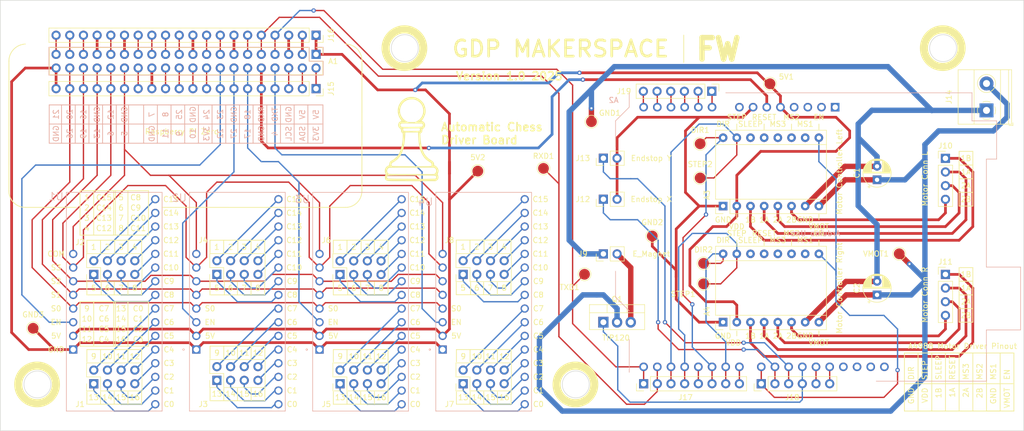
<source format=kicad_pcb>
(kicad_pcb (version 20211014) (generator pcbnew)
  (title_block (title "Automatic Chess PCB") (date "2025-04-09") (rev "1.0") (company "Gymnasium Dresden-Plauen") (comment 1 "Author: Felix Wittwer"))
  (layers (0 "F.Cu" signal) (31 "B.Cu" signal) (34 "B.Paste" user) (35 "F.Paste" user) (36 "B.SilkS" user "B.Silkscreen") (37 "F.SilkS" user "F.Silkscreen") (38 "B.Mask" user) (39 "F.Mask" user) (44 "Edge.Cuts" user))
  (net 0 "")
  (net 1 "/14 TXD")
  (net 2 "/18 RXD")
  (net 3 "3V3")
  (net 4 "SDA")
  (net 5 "SCL")
  (net 6 "GND")
  (net 7 "10 MOSI")
  (net 8 "9 MISO")
  (net 9 "11 SCLK")
  (net 10 "5V")
  (net 11 "23")
  (net 12 "24")
  (net 13 "25")
  (net 14 "8")
  (net 15 "7")
  (net 16 "12")
  (net 17 "16")
  (net 18 "20")
  (net 19 "21")
  (net 25 "Net-(A1-Pad7)")
  (net 26 "Net-(A1-Pad20)")
  (net 27 "Net-(A2-Pad7)")
  (net 28 "Net-(A2-Pad19)")
  (net 29 "Net-(A2-Pad20)")
  (net 30 "Net-(A2-Pad22)")
  (net 31 "Net-(A3-Pad7)")
  (net 32 "Net-(A3-Pad8)")
  (net 33 "Net-(J1-Pad1)")
  (net 34 "Net-(J1-Pad2)")
  (net 35 "Net-(J1-Pad3)")
  (net 36 "Net-(J1-Pad4)")
  (net 37 "Net-(J1-Pad5)")
  (net 38 "Net-(J1-Pad6)")
  (net 39 "Net-(J1-Pad7)")
  (net 40 "Net-(J9-Pad2)")
  (net 41 "Net-(A3-Pad3)")
  (net 42 "Net-(A3-Pad4)")
  (net 43 "Net-(A3-Pad5)")
  (net 44 "Net-(A3-Pad6)")
  (net 45 "Net-(A1-Pad4)")
  (net 46 "Net-(A1-Pad6)")
  (net 47 "Net-(A1-Pad8)")
  (net 52 "Net-(J1-Pad8)")
  (net 53 "Net-(J2-Pad1)")
  (net 55 "Net-(A2-Pad17)")
  (net 56 "Net-(A2-Pad18)")
  (net 57 "Net-(J2-Pad2)")
  (net 58 "Net-(J2-Pad3)")
  (net 59 "Net-(A2-Pad21)")
  (net 60 "Net-(J2-Pad4)")
  (net 61 "Net-(A2-Pad23)")
  (net 62 "Net-(A2-Pad24)")
  (net 63 "Net-(A2-Pad25)")
  (net 64 "Net-(A2-Pad26)")
  (net 69 "Net-(J2-Pad5)")
  (net 70 "Net-(J2-Pad6)")
  (net 71 "Net-(A4-Pad3)")
  (net 72 "Net-(A4-Pad4)")
  (net 73 "Net-(A4-Pad5)")
  (net 74 "Net-(A4-Pad6)")
  (net 80 "Net-(J2-Pad7)")
  (net 81 "Net-(J2-Pad8)")
  (net 82 "Net-(J3-Pad1)")
  (net 83 "Net-(J3-Pad2)")
  (net 84 "Net-(J3-Pad3)")
  (net 85 "Net-(J3-Pad4)")
  (net 86 "Net-(J3-Pad5)")
  (net 87 "Net-(J3-Pad6)")
  (net 88 "Net-(J3-Pad7)")
  (net 89 "Net-(J3-Pad8)")
  (net 90 "Net-(J4-Pad1)")
  (net 91 "Net-(J4-Pad2)")
  (net 92 "Net-(J4-Pad3)")
  (net 93 "Net-(J4-Pad4)")
  (net 94 "Net-(J4-Pad5)")
  (net 95 "Net-(J4-Pad6)")
  (net 96 "Net-(J4-Pad7)")
  (net 97 "Net-(J4-Pad8)")
  (net 98 "Net-(J5-Pad1)")
  (net 99 "Net-(J5-Pad2)")
  (net 100 "Net-(J5-Pad3)")
  (net 101 "Net-(J5-Pad4)")
  (net 102 "Net-(J5-Pad5)")
  (net 103 "Net-(J5-Pad6)")
  (net 104 "Net-(J5-Pad7)")
  (net 105 "Net-(J5-Pad8)")
  (net 106 "Net-(J6-Pad1)")
  (net 107 "Net-(J6-Pad2)")
  (net 108 "Net-(J6-Pad3)")
  (net 109 "Net-(J6-Pad4)")
  (net 110 "Net-(J6-Pad5)")
  (net 111 "Net-(J6-Pad6)")
  (net 112 "Net-(J6-Pad7)")
  (net 113 "Net-(J6-Pad8)")
  (net 114 "Net-(J7-Pad1)")
  (net 115 "Net-(J7-Pad2)")
  (net 116 "Net-(J7-Pad3)")
  (net 117 "Net-(J7-Pad4)")
  (net 118 "Net-(J7-Pad5)")
  (net 119 "Net-(J7-Pad6)")
  (net 120 "Net-(J7-Pad7)")
  (net 121 "Net-(J7-Pad8)")
  (net 122 "Net-(J8-Pad1)")
  (net 123 "Net-(J8-Pad2)")
  (net 124 "Net-(J8-Pad3)")
  (net 125 "Net-(J8-Pad4)")
  (net 126 "Net-(J8-Pad5)")
  (net 127 "Net-(J8-Pad6)")
  (net 128 "Net-(A1-Pad19)")
  (net 129 "Net-(A1-Pad15)")
  (net 130 "Net-(A1-Pad16)")
  (net 131 "Net-(A1-Pad17)")
  (net 132 "Net-(A1-Pad18)")
  (net 133 "Net-(J8-Pad7)")
  (net 134 "Net-(J8-Pad8)")
  (net 135 "Net-(A1-Pad14)")
  (net 136 "Net-(A2-Pad9)")
  (net 137 "Net-(A2-Pad10)")
  (net 138 "Net-(A2-Pad11)")
  (net 139 "Net-(A2-Pad12)")
  (net 140 "Net-(A2-Pad13)")
  (net 141 "Net-(A2-Pad14)")
  (net 142 "Net-(A2-Pad27)")
  (net 143 "Net-(A2-Pad28)")
  (net 144 "Net-(A1-Pad26)")
  (net 145 "Net-(A1-Pad34)")
  (footprint "TerminalBlock_Phoenix:TerminalBlock_Phoenix_MKDS-1,5-2_1x02_P5.00mm_Horizontal" (layer "F.Cu") (at 243.84 71.12 90)
    (fp_text reference "J14")
    (fp_text value "Barrel_Jack")
  )
  (footprint "Connector_PinHeader_2.54mm:PinHeader_2x04_P2.54mm_Vertical" (layer "F.Cu") (at 100.975 101.6 90)
    (fp_text reference "J4")
    (fp_text value " ")
  )
  (footprint "Connector_PinHeader_2.54mm:PinHeader_1x02_P2.54mm_Vertical" (layer "F.Cu") (at 172.72 87.63 90)
    (fp_text reference "J12")
    (fp_text value "Endstop X")
  )
  (footprint "Connector_PinSocket_2.54mm:PinSocket_1x20_P2.54mm_Vertical" (layer "F.Cu") (at 119.38 67.081 -90)
    (fp_text reference "J15")
    (fp_text value "Add Conn")
  )
  (footprint "Connector_PinHeader_2.54mm:PinHeader_2x04_P2.54mm_Vertical" (layer "F.Cu") (at 78.115 101.605 90)
    (fp_text reference "J2")
    (fp_text value " ")
  )
  (footprint "Connector_PinHeader_2.54mm:PinHeader_1x06_P2.54mm_Vertical" (layer "F.Cu") (at 192.84 67.564 -90)
    (fp_text reference "J19")
    (fp_text value "Add Conn")
  )
  (footprint "Capacitor_THT:CP_Radial_D5.0mm_P2.50mm" (layer "F.Cu") (at 223.52 84.02 90)
    (fp_text reference "C1")
    (fp_text value "100uF")
  )
  (footprint "Connector_PinHeader_2.54mm:PinHeader_2x04_P2.54mm_Vertical" (layer "F.Cu") (at 123.825 101.63 90)
    (fp_text reference "J6")
    (fp_text value " ")
  )
  (footprint "Connector_PinHeader_2.54mm:PinHeader_1x02_P2.54mm_Vertical" (layer "F.Cu") (at 172.72 80.01 90)
    (fp_text reference "J13")
    (fp_text value "Endstop Y")
  )
  (footprint "Connector_PinHeader_2.54mm:PinHeader_2x04_P2.54mm_Vertical" (layer "F.Cu") (at 100.975 121.29 90)
    (fp_text reference "J3")
    (fp_text value " ")
  )
  (footprint "Connector_PinHeader_2.54mm:PinHeader_1x02_P2.54mm_Vertical" (layer "F.Cu") (at 172.72 97.79 90)
    (fp_text reference "J9")
    (fp_text value "E_Magnet")
  )
  (footprint "Connector_PinHeader_2.54mm:PinHeader_1x06_P2.54mm_Vertical" (layer "F.Cu") (at 202.03 121.92 90)
    (fp_text reference "J18")
    (fp_text value "Add Conn")
  )
  (footprint "TestPoint:TestPoint_Pad_D2.0mm" (layer "F.Cu") (at 161.6 81.895)
    (fp_text reference "RXD1")
    (fp_text value "RXD")
  )
  (footprint "Connector_PinSocket_2.54mm:PinSocket_1x20_P2.54mm_Vertical" (layer "F.Cu") (at 119.38 57.15 -90)
    (fp_text reference "J16")
    (fp_text value "Add Conn")
  )
  (footprint "Package_TO_SOT_THT:TO-220-3_Vertical" (layer "F.Cu") (at 172.72 110.49)
    (fp_text reference "Q1")
    (fp_text value "TIP120")
  )
  (footprint "TestPoint:TestPoint_Pad_D2.0mm" (layer "F.Cu") (at 203.65 66.17)
    (fp_text reference "5V1")
    (fp_text value "5V")
  )
  (footprint "TestPoint:TestPoint_Pad_D2.0mm" (layer "F.Cu") (at 66.858 111.613)
    (fp_text reference "GND3")
    (fp_text value "GND")
  )
  (footprint "TestPoint:TestPoint_Pad_D2.0mm" (layer "F.Cu") (at 149.408 82.403)
    (fp_text reference "5V2")
    (fp_text value "5V")
  )
  (footprint "Connector_PinHeader_2.54mm:PinHeader_2x04_P2.54mm_Vertical" (layer "F.Cu") (at 146.685 101.6 90)
    (fp_text reference "J8")
    (fp_text value " ")
  )
  (footprint "TestPoint:TestPoint_Pad_D2.0mm" (layer "F.Cu") (at 190.683 83.673)
    (fp_text reference "STEP2")
    (fp_text value "STEP")
  )
  (footprint "TestPoint:TestPoint_Pad_D2.0mm" (layer "F.Cu") (at 191.318 103.358)
    (fp_text reference "STEP1")
    (fp_text value "STEP")
  )
  (footprint "TestPoint:TestPoint_Pad_D2.0mm" (layer "F.Cu") (at 191.318 99.548)
    (fp_text reference "DIR2")
    (fp_text value "DIR")
  )
  (footprint "Capacitor_THT:CP_Radial_D5.0mm_P2.50mm" (layer "F.Cu") (at 223.52 105.41 90)
    (fp_text reference "C2")
    (fp_text value "100uF")
  )
  (footprint "TestPoint:TestPoint_Pad_D2.0mm" (layer "F.Cu") (at 227.64 97.77)
    (fp_text reference "VMOT1")
    (fp_text value "VMOT")
  )
  (footprint "Connector_PinHeader_2.54mm:PinHeader_1x04_P2.54mm_Vertical" (layer "F.Cu") (at 236.22 80.03)
    (fp_text reference "J10")
    (fp_text value "Motor Conn L")
  )
  (footprint "TestPoint:TestPoint_Pad_D2.0mm" (layer "F.Cu") (at 190.683 77.323)
    (fp_text reference "DIR1")
    (fp_text value "DIR")
  )
  (footprint "TestPoint:TestPoint_Pad_D2.0mm" (layer "F.Cu") (at 169.22 101.58)
    (fp_text reference "TXD1")
    (fp_text value "TXD")
  )
  (footprint "Connector_PinHeader_2.54mm:PinHeader_2x04_P2.54mm_Vertical" (layer "F.Cu") (at 123.835 121.92 90)
    (fp_text reference "J5")
    (fp_text value " ")
  )
  (footprint "Module:Pololu_Breakout-16_15.2x20.3mm" (layer "F.Cu") (at 194.945 110.48 90)
    (fp_text reference "A4")
    (fp_text value "Motor Controller Right")
  )
  (footprint "TestPoint:TestPoint_Pad_D2.0mm" (layer "F.Cu") (at 181.793 94.468)
    (fp_text reference "GND2")
    (fp_text value "GND")
  )
  (footprint "Connector_PinHeader_2.54mm:PinHeader_2x04_P2.54mm_Vertical" (layer "F.Cu") (at 78.115 121.925 90)
    (fp_text reference "J1")
    (fp_text value " ")
  )
  (footprint "TestPoint:TestPoint_Pad_D2.0mm" (layer "F.Cu") (at 170.5 73.22)
    (fp_text reference "GND1")
    (fp_text value "GND")
  )
  (footprint "Connector_PinHeader_2.54mm:PinHeader_2x04_P2.54mm_Vertical" (layer "F.Cu") (at 146.685 121.92 90)
    (fp_text reference "J7")
    (fp_text value " ")
  )
  (footprint "Module:Pololu_Breakout-16_15.2x20.3mm" (layer "F.Cu") (at 194.945 88.9 90)
    (fp_text reference "A3")
    (fp_text value "Motor Controller Left")
  )
  (footprint "Connector_PinHeader_2.54mm:PinHeader_1x04_P2.54mm_Vertical" (layer "F.Cu") (at 236.22 101.6)
    (fp_text reference "J11")
    (fp_text value "Motor Conn R")
  )
  (footprint "Connector_PinHeader_2.54mm:PinHeader_1x08_P2.54mm_Vertical" (layer "F.Cu") (at 180.19 121.92 90)
    (fp_text reference "J17")
    (fp_text value "Add Conn")
  )
  (footprint "BOB-09056:MODULE_BOB-09056" (layer "B.Cu") (at 81.915 106.68 180)
    (fp_text reference "U1")
    (fp_text value "BOB-09056")
  )
  (footprint "BOB-09056:MODULE_BOB-09056" (layer "B.Cu") (at 150.495 106.68 180)
    (fp_text reference "U4")
    (fp_text value "BOB-09056")
  )
  (footprint "BOB-09056:MODULE_BOB-09056" (layer "B.Cu") (at 127.645 106.685 180)
    (fp_text reference "U3")
    (fp_text value "BOB-09056")
  )
  (footprint "BOB-09056:MODULE_BOB-09056" (layer "B.Cu") (at 104.775 106.68 180)
    (fp_text reference "U2")
    (fp_text value "BOB-09056")
  )
  (footprint "Connector_PinSocket_2.54mm:PinSocket_2x20_P2.54mm_Vertical" (layer "B.Cu") (at 119.38 60.706 90)
    (fp_text reference "A1")
    (fp_text value "Raspberry Pi Zero")
  )
  (footprint "Module:Arduino_UNO_R3" (layer "B.Cu") (at 215.75 70.52 180)
    (fp_text reference "A2")
    (fp_text value "Arduino_UNO_R3")
  )
  (gr_line (start 72.136 70.104) (end 72.136 77.216) (layer "B.SilkS") (width 0.15))
  (gr_line (start 120.65 73.66) (end 69.85 73.66) (layer "B.SilkS") (width 0.15))
  (gr_line (start 112.776 70.104) (end 112.776 77.216) (layer "B.SilkS") (width 0.15))
  (gr_line (start 100.076 70.104) (end 100.076 77.216) (layer "B.SilkS") (width 0.15))
  (gr_line (start 105.156 70.104) (end 105.156 77.216) (layer "B.SilkS") (width 0.15))
  (gr_line (start 115.316 70.104) (end 115.316 77.216) (layer "B.SilkS") (width 0.15))
  (gr_line (start 110.236 70.104) (end 110.236 77.216) (layer "B.SilkS") (width 0.15))
  (gr_line (start 89.916 70.104) (end 89.916 77.216) (layer "B.SilkS") (width 0.15))
  (gr_line (start 94.996 70.104) (end 94.996 77.216) (layer "B.SilkS") (width 0.15))
  (gr_line (start 84.582 70.104) (end 84.582 77.216) (layer "B.SilkS") (width 0.15))
  (gr_line (start 82.296 70.104) (end 82.296 77.216) (layer "B.SilkS") (width 0.15))
  (gr_line (start 69.85 77.216) (end 120.65 77.216) (layer "B.SilkS") (width 0.15))
  (gr_line (start 107.696 70.104) (end 107.696 77.216) (layer "B.SilkS") (width 0.15))
  (gr_line (start 97.536 70.104) (end 97.536 77.216) (layer "B.SilkS") (width 0.15))
  (gr_line (start 102.616 70.104) (end 102.616 77.216) (layer "B.SilkS") (width 0.15))
  (gr_line (start 87.376 70.104) (end 87.376 77.216) (layer "B.SilkS") (width 0.15))
  (gr_line (start 69.85 70.104) (end 120.65 70.104) (layer "B.SilkS") (width 0.15))
  (gr_line (start 74.676 70.104) (end 74.676 77.216) (layer "B.SilkS") (width 0.15))
  (gr_line (start 92.456 70.104) (end 92.456 77.216) (layer "B.SilkS") (width 0.15))
  (gr_line (start 69.85 73.66) (end 69.85 77.216) (layer "B.SilkS") (width 0.15))
  (gr_line (start 120.65 77.216) (end 120.65 73.66) (layer "B.SilkS") (width 0.15))
  (gr_line (start 77.216 70.104) (end 77.216 77.216) (layer "B.SilkS") (width 0.15))
  (gr_line (start 117.856 70.104) (end 117.856 77.216) (layer "B.SilkS") (width 0.15))
  (gr_line (start 69.85 73.66) (end 69.85 70.104) (layer "B.SilkS") (width 0.15))
  (gr_line (start 120.65 70.104) (end 120.65 73.66) (layer "B.SilkS") (width 0.15))
  (gr_line (start 79.756 70.104) (end 79.756 77.216) (layer "B.SilkS") (width 0.15))
  (gr_line (start 238.76 116.205) (end 238.76 121.285) (layer "F.SilkS") (width 0.15))
  (gr_line (start 246.38 116.205) (end 246.38 121.285) (layer "F.SilkS") (width 0.15))
  (gr_line (start 118.11 59.436) (end 118.11 61.976) (layer "F.SilkS") (width 0.15))
  (gr_line (start 130.2075 125.73) (end 130.2075 123.42) (layer "F.SilkS") (width 0.15))
  (gr_line (start 248.92 127) (end 248.92 121.285) (layer "F.SilkS") (width 0.15))
  (gr_line (start 147.975 125.73) (end 147.985 123.42) (layer "F.SilkS") (width 0.15))
  (gr_line (start 212.725 90.4548) (end 212.725 91.44) (layer "F.SilkS") (width 0.15))
  (gr_line (start 81.915 115.57) (end 81.925 117.87) (layer "F.SilkS") (width 0.15))
  (gr_line (start 107.31 105.41) (end 107.31 103.12) (layer "F.SilkS") (width 0.15))
  (gr_line (start 207.645 74.656) (end 207.645 73.66) (layer "F.SilkS") (width 0.15))
  (gr_line (start 130.2075 115.57) (end 130.2075 117.87) (layer "F.SilkS") (width 0.15))
  (gr_line (start 109.87 125.08) (end 99.71 125.08) (layer "F.SilkS") (width 0.15))
  (gr_line (start 145.41 95.22) (end 145.41 97.54) (layer "F.SilkS") (width 0.15))
  (gr_circle (center 135.782 59.549) (end 139.282 59.549) (layer "F.SilkS") (width 1.5) (fill none))
  (gr_line (start 119.38 59.436) (end 120.65 59.436) (layer "F.SilkS") (width 0.15))
  (gr_circle (center 167.53 122.049) (end 171.03 122.049) (layer "F.SilkS") (width 1.5) (fill none))
  (gr_line (start 248.92 121.285) (end 248.92 116.205) (layer "F.SilkS") (width 0.15))
  (gr_line (start 99.71 114.92) (end 109.87 114.92) (layer "F.SilkS") (width 0.15))
  (gr_line (start 76.835 125.73) (end 76.835 123.42) (layer "F.SilkS") (width 0.15))
  (gr_line (start 145.435 125.73) (end 145.435 123.42) (layer "F.SilkS") (width 0.15))
  (gr_line (start 102.355 105.42) (end 102.355 103.12) (layer "F.SilkS") (width 0.15))
  (gr_line (start 107.33 125.08) (end 107.33 122.77) (layer "F.SilkS") (width 0.15))
  (gr_line (start 241.3 78.74) (end 238.76 78.74) (layer "F.SilkS") (width 0.15))
  (gr_line (start 82.123 86.0425) (end 82.123 94.2975) (layer "F.SilkS") (width 0.15))
  (gr_line (start 238.76 83.82) (end 241.3 83.82) (layer "F.SilkS") (width 0.15))
  (gr_line (start 79.375 115.57) (end 79.375 117.87) (layer "F.SilkS") (width 0.15))
  (gr_arc (start 124.84475 58.797261) (mid 127 59.690011) (end 127.89275 61.845261) (layer "F.SilkS") (width 0.15))
  (gr_line (start 132.7475 125.73) (end 132.7475 123.42) (layer "F.SilkS") (width 0.15))
  (gr_line (start 202.565 96.1952) (end 202.565 95.25) (layer "F.SilkS") (width 0.15))
  (gr_line (start 102.23 95.25) (end 102.23 97.57) (layer "F.SilkS") (width 0.15))
  (gr_line (start 197.485 90.4548) (end 197.485 91.44) (layer "F.SilkS") (width 0.15))
  (gr_line (start 148.075 105.39) (end 148.075 103.09) (layer "F.SilkS") (width 0.15))
  (gr_line (start 122.585 95.25) (end 122.585 97.57) (layer "F.SilkS") (width 0.15))
  (gr_line (start 145.435 115.57) (end 145.435 117.87) (layer "F.SilkS") (width 0.15))
  (gr_line (start 107.31 95.25) (end 107.31 97.57) (layer "F.SilkS") (width 0.15))
  (gr_line (start 104.79 114.92) (end 104.8 117.22) (layer "F.SilkS") (width 0.15))
  (gr_line (start 75.565 94.2975) (end 88.265 94.2975) (layer "F.SilkS") (width 0.15))
  (gr_line (start 125.25 105.42) (end 125.25 103.12) (layer "F.SilkS") (width 0.15))
  (gr_line (start 241.3 110.49) (end 241.3 100.33) (layer "F.SilkS") (width 0.15))
  (gr_line (start 109.87 125.08) (end 109.87 122.77) (layer "F.SilkS") (width 0.15))
  (gr_line (start 153.03 95.22) (end 153.03 97.54) (layer "F.SilkS") (width 0.15))
  (gr_line (start 76.835 115.57) (end 76.835 117.87) (layer "F.SilkS") (width 0.15))
  (gr_line (start 132.7475 125.73) (end 122.5875 125.73) (layer "F.SilkS") (width 0.15))
  (gr_line (start 248.92 116.205) (end 228.6 116.205) (layer "F.SilkS") (width 0.15))
  (gr_line (start 127.89275 61.845261) (end 127.889011 86.106) (layer "F.SilkS") (width 0.15))
  (gr_line (start 228.6 116.205) (end 228.6 121.285) (layer "F.SilkS") (width 0.15))
  (gr_line (start 88.265 114.935) (end 88.265 106.68) (layer "F.SilkS") (width 0.15))
  (gr_line (start 127.6675 125.73) (end 127.6675 123.42) (layer "F.SilkS") (width 0.15))
  (gr_line (start 150.515 115.57) (end 150.525 117.87) (layer "F.SilkS") (width 0.15))
  (gr_line (start 147.975 115.57) (end 147.975 117.87) (layer "F.SilkS") (width 0.15))
  (gr_line (start 122.585 95.25) (end 132.745 95.25) (layer "F.SilkS") (width 0.15))
  (gr_line (start 127.6675 115.57) (end 127.6775 117.87) (layer "F.SilkS") (width 0.15))
  (gr_line (start 79.375 95.25) (end 79.375 97.57) (layer "F.SilkS") (width 0.15))
  (gr_line (start 109.85 105.41) (end 109.85 103.12) (layer "F.SilkS") (width 0.15))
  (gr_line (start 238.76 100.33) (end 238.76 110.49) (layer "F.SilkS") (width 0.15))
  (gr_line (start 132.7475 115.57) (end 132.7525 117.87) (layer "F.SilkS") (width 0.15))
  (gr_line (start 197.485 74.656) (end 197.485 73.66) (layer "F.SilkS") (width 0.15))
  (gr_line (start 233.68 116.205) (end 233.68 121.285) (layer "F.SilkS") (width 0.15))
  (gr_line (start 238.76 88.9) (end 241.3 88.9) (layer "F.SilkS") (width 0.15))
  (gr_line (start 238.76 121.285) (end 238.76 127) (layer "F.SilkS") (width 0.15))
  (gr_line (start 104.855 95.27) (end 104.855 97.57) (layer "F.SilkS") (width 0.15))
  (gr_line (start 76.835 95.25) (end 76.835 97.57) (layer "F.SilkS") (width 0.15))
  (gr_line (start 81.915 105.41) (end 81.915 103.12) (layer "F.SilkS") (width 0.15))
  (gr_line (start 132.745 105.41) (end 132.745 103.12) (layer "F.SilkS") (width 0.15))
  (gr_line (start 233.68 127) (end 233.68 121.285) (layer "F.SilkS") (width 0.15))
  (gr_line (start 76.835 115.57) (end 86.995 115.57) (layer "F.SilkS") (width 0.15))
  (gr_line (start 75.565 114.935) (end 88.265 114.935) (layer "F.SilkS") (width 0.15))
  (gr_line (start 79.375 125.73) (end 79.385 123.42) (layer "F.SilkS") (width 0.15))
  (gr_line (start 76.835 105.41) (end 76.835 103.12) (layer "F.SilkS") (width 0.15))
  (gr_line (start 153.03 105.38) (end 153.03 103.09) (layer "F.SilkS") (width 0.15))
  (gr_line (start 248.92 121.92) (end 228.6 121.92) (layer "F.SilkS") (width 0.15))
  (gr_line (start 99.69 95.25) (end 109.85 95.25) (layer "F.SilkS") (width 0.15))
  (gr_line (start 122.585 105.41) (end 122.585 103.12) (layer "F.SilkS") (width 0.15))
  (gr_line (start 153.055 115.57) (end 153.055 117.87) (layer "F.SilkS") (width 0.15))
  (gr_line (start 104.79 125.08) (end 104.79 122.77) (layer "F.SilkS") (width 0.15))
  (gr_line (start 86.995 105.41) (end 76.835 105.41) (layer "F.SilkS") (width 0.15))
  (gr_line (start 99.69 95.25) (end 99.69 97.57) (layer "F.SilkS") (width 0.15))
  (gr_line (start 74.93 89.150261) (end 65.405 89.150261) (layer "F.SilkS") (width 0.15))
  (gr_line (start 84.455 106.68) (end 84.455 114.935) (layer "F.SilkS") (width 0.15))
  (gr_line (start 150.515 125.73) (end 150.515 123.42) (layer "F.SilkS") (width 0.15))
  (gr_line (start 212.725 74.656) (end 212.725 73.66) (layer "F.SilkS") (width 0.15))
  (gr_line (start 125.1275 115.57) (end 125.1275 117.87) (layer "F.SilkS") (width 0.15))
  (gr_line (start 155.57 105.38) (end 145.41 105.38) (layer "F.SilkS") (width 0.15))
  (gr_line (start 78.105 106.68) (end 78.105 114.935) (layer "F.SilkS") (width 0.15))
  (gr_line (start 120.65 61.976) (end 120.65 64.516) (layer "F.SilkS") (width 0.15))
  (gr_line (start 238.76 86.36) (end 241.3 86.36) (layer "F.SilkS") (width 0.15))
  (gr_line (start 127.75 95.27) (end 127.75 97.57) (layer "F.SilkS") (width 0.15))
  (gr_line (start 88.265 94.2975) (end 88.265 86.0425) (layer "F.SilkS") (width 0.15))
  (gr_line (start 246.38 121.285) (end 246.38 127) (layer "F.SilkS") (width 0.15))
  (gr_poly (pts (xy 137.301037 68.621501) (xy 137.458938 68.633781) (xy 137.527303 68.640361) (xy 137.590145 68.647662) (xy 137.648615 68.656004) (xy 137.703863 68.66571) (xy 137.75704 68.6771) (xy 137.809296 68.690495) (xy 137.861782 68.706216) (xy 137.915648 68.724585) (xy 137.972046 68.745922) (xy 138.032126 68.770548) (xy 138.097037 68.798784) (xy 138.167932 68.830952) (xy 138.332272 68.908366) (xy 138.40095 68.944406) (xy 138.473884 68.988696) (xy 138.550121 69.040306) (xy 138.628705 69.098309) (xy 138.708684 69.161774) (xy 138.789104 69.229774) (xy 138.869011 69.301379) (xy 138.947451 69.375661) (xy 139.02347 69.45169) (xy 139.096115 69.528537) (xy 139.164432 69.605275) (xy 139.227466 69.680973) (xy 139.284266 69.754703) (xy 139.333875 69.825537) (xy 139.375342 69.892545) (xy 139.407711 69.954798) (xy 139.46131 70.075244) (xy 139.510087 70.194145) (xy 139.554038 70.311467) (xy 139.593159 70.427177) (xy 139.627443 70.541242) (xy 139.656886 70.653628) (xy 139.681484 70.764301) (xy 139.701231 70.873229) (xy 139.716122 70.980377) (xy 139.726153 71.085713) (xy 139.731318 71.189203) (xy 139.731613 71.290813) (xy 139.727032 71.39051) (xy 139.71757 71.488261) (xy 139.703224 71.584032) (xy 139.683987 71.67779) (xy 139.66673 71.744902) (xy 139.645138 71.817265) (xy 139.619654 71.893929) (xy 139.590723 71.973947) (xy 139.524297 72.140242) (xy 139.449415 72.308558) (xy 139.369634 72.471301) (xy 139.329016 72.548209) (xy 139.288507 72.620876) (xy 139.24855 72.688354) (xy 139.209591 72.749692) (xy 139.172073 72.803942) (xy 139.13644 72.850154) (xy 138.999844 73.015864) (xy 139.213802 73.150935) (xy 139.264023 73.184332) (xy 139.311075 73.219128) (xy 139.354948 73.255306) (xy 139.395634 73.292849) (xy 139.433123 73.33174) (xy 139.467405 73.371964) (xy 139.483341 73.392571) (xy 139.498471 73.413504) (xy 139.512795 73.434762) (xy 139.526312 73.456343) (xy 139.53902 73.478245) (xy 139.550918 73.500465) (xy 139.562005 73.523002) (xy 139.572279 73.545853) (xy 139.58174 73.569017) (xy 139.590387 73.592491) (xy 139.598218 73.616274) (xy 139.605231 73.640363) (xy 139.611427 73.664756) (xy 139.616803 73.689451) (xy 139.621358 73.714446) (xy 139.625092 73.73974) (xy 139.628003 73.765329) (xy 139.63009 73.791212) (xy 139.631786 73.843852) (xy 139.630666 73.895566) (xy 139.627164 73.945326) (xy 139.621225 73.993241) (xy 139.612794 74.039421) (xy 139.601816 74.083976) (xy 139.588236 74.127016) (xy 139.571997 74.168652) (xy 139.553045 74.208993) (xy 139.531325 74.248149) (xy 139.506781 74.286231) (xy 139.479357 74.323348) (xy 139.448999 74.35961) (xy 139.415651 74.395129) (xy 139.379258 74.430012) (xy 139.339765 74.464372) (xy 139.297115 74.498316) (xy 139.267926 74.520927) (xy 139.241933 74.541954) (xy 139.218955 74.561765) (xy 139.19881 74.580731) (xy 139.189743 74.590012) (xy 139.181317 74.59922) (xy 139.173509 74.608401) (xy 139.166297 74.617601) (xy 139.159656 74.626867) (xy 139.153566 74.636245) (xy 139.148003 74.645781) (xy 139.142944 74.65552) (xy 139.138368 74.66551) (xy 139.134251 74.675796) (xy 139.130571 74.686424) (xy 139.127304 74.697442) (xy 139.124429 74.708894) (xy 139.121923 74.720826) (xy 139.119763 74.733287) (xy 139.117927 74.74632) (xy 139.115134 74.774291) (xy 139.113363 74.80511) (xy 139.112433 74.839144) (xy 139.112164 74.876765) (xy 139.111861 74.913754) (xy 139.110838 74.947517) (xy 139.10892 74.978423) (xy 139.105931 75.006839) (xy 139.101696 75.033132) (xy 139.096042 75.057671) (xy 139.088793 75.080821) (xy 139.079775 75.102952) (xy 139.068812 75.12443) (xy 139.055731 75.145623) (xy 139.040355 75.166899) (xy 139.022511 75.188624) (xy 139.002024 75.211168) (xy 138.978719 75.234896) (xy 138.952421 75.260177) (xy 138.922955 75.287379) (xy 138.733761 75.460688) (xy 138.768612 76.074305) (xy 138.808607 76.592695) (xy 138.834877 76.839208) (xy 138.865321 77.077237) (xy 138.899933 77.306761) (xy 138.938709 77.527759) (xy 138.981642 77.740208) (xy 139.028727 77.944089) (xy 139.079958 78.139378) (xy 139.135329 78.326056) (xy 139.194836 78.504099) (xy 139.258471 78.673488) (xy 139.326231 78.8342) (xy 139.398108 78.986214) (xy 139.474099 79.129509) (xy 139.554196 79.264063) (xy 139.600532 79.334288) (xy 139.651487 79.405646) (xy 139.706646 79.477732) (xy 139.765591 79.550141) (xy 139.827906 79.622468) (xy 139.893175 79.694308) (xy 139.960982 79.765255) (xy 140.030911 79.834904) (xy 140.102544 79.902851) (xy 140.175467 79.968689) (xy 140.249262 80.032015) (xy 140.323513 80.092422) (xy 140.397805 80.149505) (xy 140.47172 80.20286) (xy 140.544843 80.252081) (xy 140.616757 80.296763) (xy 140.702281 80.348935) (xy 140.781619 80.400196) (xy 140.854863 80.450654) (xy 140.922105 80.500415) (xy 140.983437 80.549585) (xy 141.038952 80.598272) (xy 141.088742 80.646583) (xy 141.132898 80.694625) (xy 141.171515 80.742503) (xy 141.204683 80.790326) (xy 141.232495 80.8382) (xy 141.255043 80.886231) (xy 141.27242 80.934527) (xy 141.284718 80.983195) (xy 141.292029 81.032341) (xy 141.294445 81.082072) (xy 141.294707 81.115089) (xy 141.295631 81.144764) (xy 141.297426 81.171417) (xy 141.300298 81.195371) (xy 141.302203 81.206435) (xy 141.304456 81.216945) (xy 141.307082 81.22694) (xy 141.310108 81.236462) (xy 141.313559 81.245549) (xy 141.317461 81.254242) (xy 141.32184 81.262582) (xy 141.326723 81.270608) (xy 141.332135 81.27836) (xy 141.338102 81.285879) (xy 141.344651 81.293205) (xy 141.351806 81.300378) (xy 141.359595 81.307438) (xy 141.368043 81.314426) (xy 141.38702 81.328344) (xy 141.408945 81.342453) (xy 141.434026 81.357074) (xy 141.462471 81.37253) (xy 141.494488 81.38914) (xy 141.528568 81.407319) (xy 141.562017 81.42675) (xy 141.594804 81.447387) (xy 141.626901 81.469185) (xy 141.658279 81.492098) (xy 141.688906 81.516082) (xy 141.718756 81.54109) (xy 141.747797 81.567077) (xy 141.80334 81.621806) (xy 141.855298 81.679906) (xy 141.903439 81.741013) (xy 141.947527 81.804764) (xy 141.987328 81.870795) (xy 142.022606 81.938743) (xy 142.053128 82.008243) (xy 142.066531 82.043462) (xy 142.078658 82.078933) (xy 142.089478 82.11461) (xy 142.098962 82.150448) (xy 142.107081 82.186402) (xy 142.113806 82.222426) (xy 142.119106 82.258474) (xy 142.122953 82.294502) (xy 142.125318 82.330463) (xy 142.126171 82.366313) (xy 142.125758 82.379333) (xy 142.124475 82.394507) (xy 142.122373 82.411649) (xy 142.119499 82.430572) (xy 142.111631 82.473022) (xy 142.101263 82.520369) (xy 142.088784 82.571129) (xy 142.074585 82.623813) (xy 142.059055 82.676937) (xy 142.042584 82.729014) (xy 142.016985 82.806922) (xy 142.006952 82.840451) (xy 141.998769 82.871129) (xy 141.992438 82.89953) (xy 141.987964 82.926228) (xy 141.98535 82.951796) (xy 141.9846 82.976809) (xy 141.985718 83.001841) (xy 141.988706 83.027465) (xy 141.99357 83.054256) (xy 142.000312 83.082787) (xy 142.008936 83.113632) (xy 142.019446 83.147366) (xy 142.046139 83.225794) (xy 142.070552 83.300714) (xy 142.089243 83.373752) (xy 142.102231 83.444848) (xy 142.109535 83.513941) (xy 142.111173 83.580971) (xy 142.107164 83.645878) (xy 142.103048 83.677517) (xy 142.097527 83.708601) (xy 142.090603 83.739125) (xy 142.082279 83.76908) (xy 142.072558 83.798459) (xy 142.061441 83.827253) (xy 142.048931 83.855457) (xy 142.03503 83.883062) (xy 142.019741 83.91006) (xy 142.003065 83.936444) (xy 141.985006 83.962207) (xy 141.965565 83.98734) (xy 141.922549 84.035689) (xy 141.874034 84.081431) (xy 141.82004 84.124505) (xy 141.760586 84.164851) (xy 141.578747 84.278926) (xy 137.575237 84.2839) (xy 134.599922 84.278323) (xy 133.579716 84.269579) (xy 133.068325 84.25796) (xy 133.071041 84.25767) (xy 132.973871 84.250903) (xy 132.884525 84.242811) (xy 132.802566 84.233205) (xy 132.727558 84.221895) (xy 132.659063 84.20869) (xy 132.596644 84.1934) (xy 132.539864 84.175836) (xy 132.488285 84.155808) (xy 132.441471 84.133125) (xy 132.398983 84.107598) (xy 132.360386 84.079036) (xy 132.325241 84.04725) (xy 132.293112 84.012049) (xy 132.263561 83.973243) (xy 132.236151 83.930643) (xy 132.210446 83.884059) (xy 132.194731 83.849078) (xy 132.181318 83.810137) (xy 132.170191 83.767778) (xy 132.16134 83.722537) (xy 132.15475 83.674957) (xy 132.150409 83.625574) (xy 132.148305 83.57493) (xy 132.148424 83.523564) (xy 132.14846 83.52278) (xy 132.572813 83.52278) (xy 132.572852 83.543093) (xy 132.574232 83.563322) (xy 132.576955 83.583373) (xy 132.581026 83.603153) (xy 132.586446 83.622569) (xy 132.593218 83.641528) (xy 132.601346 83.659936) (xy 132.610832 83.677699) (xy 132.62168 83.694726) (xy 132.633891 83.710921) (xy 132.64747 83.726193) (xy 132.662419 83.740447) (xy 132.678741 83.753591) (xy 132.696439 83.765531) (xy 132.715515 83.776174) (xy 132.735973 83.785426) (xy 134.129304 83.816349) (xy 137.088926 83.832595) (xy 140.059561 83.830478) (xy 141.485928 83.806315) (xy 141.484127 83.805979) (xy 141.506516 83.798978) (xy 141.527542 83.790427) (xy 141.5472 83.78042) (xy 141.565488 83.769046) (xy 141.582402 83.756398) (xy 141.597939 83.742565) (xy 141.612095 83.727641) (xy 141.624867 83.711715) (xy 141.636252 83.694879) (xy 141.646246 83.677225) (xy 141.654846 83.658843) (xy 141.662048 83.639825) (xy 141.66785 83.620261) (xy 141.672247 83.600244) (xy 141.675237 83.579865) (xy 141.676815 83.559214) (xy 141.676979 83.538383) (xy 141.675726 83.517464) (xy 141.673051 83.496546) (xy 141.668951 83.475723) (xy 141.663424 83.455084) (xy 141.656465 83.434721) (xy 141.648072 83.414726) (xy 141.63824 83.395189) (xy 141.626968 83.376202) (xy 141.61425 83.357857) (xy 141.600084 83.340243) (xy 141.584466 83.323453) (xy 141.567394 83.307578) (xy 141.548863 83.292708) (xy 141.52887 83.278936) (xy 141.507412 83.266352) (xy 141.10138 83.243339) (xy 140.110258 83.226571) (xy 137.149569 83.212151) (xy 134.178988 83.223855) (xy 133.175503 83.239742) (xy 132.752163 83.262446) (xy 132.731145 83.271418) (xy 132.711422 83.281799) (xy 132.692996 83.293495) (xy 132.675869 83.306413) (xy 132.660046 83.32046) (xy 132.645528 83.335542) (xy 132.632319 83.351566) (xy 132.620422 83.368439) (xy 132.609839 83.386067) (xy 132.600574 83.404358) (xy 132.592629 83.423217) (xy 132.586007 83.442552) (xy 132.580712 83.462269) (xy 132.576746 83.482275) (xy 132.574112 83.502476) (xy 132.572813 83.52278) (xy 132.14846 83.52278) (xy 132.150754 83.472015) (xy 132.155282 83.420822) (xy 132.161995 83.370525) (xy 132.17088 83.321664) (xy 132.181924 83.274777) (xy 132.195115 83.230405) (xy 132.21044 83.189087) (xy 132.227886 83.151362) (xy 132.239999 83.127359) (xy 132.250592 83.105066) (xy 132.259679 83.084274) (xy 132.267272 83.064771) (xy 132.273386 83.046349) (xy 132.278033 83.028798) (xy 132.281228 83.011907) (xy 132.282984 82.995467) (xy 132.283314 82.979267) (xy 132.282232 82.963098) (xy 132.279751 82.94675) (xy 132.275885 82.930013) (xy 132.270647 82.912677) (xy 132.264051 82.894532) (xy 132.25611 82.875368) (xy 132.246838 82.854975) (xy 132.224027 82.803646) (xy 132.203929 82.751797) (xy 132.186512 82.699522) (xy 132.171748 82.646913) (xy 132.159606 82.594064) (xy 132.150055 82.541068) (xy 132.143065 82.48802) (xy 132.138606 82.435011) (xy 132.136648 82.382136) (xy 132.136747 82.372046) (xy 132.580989 82.372046) (xy 132.582687 82.408029) (xy 132.586271 82.443915) (xy 132.591745 82.479587) (xy 132.599113 82.514929) (xy 132.608378 82.549822) (xy 132.619543 82.58415) (xy 132.632613 82.617796) (xy 132.647592 82.650643) (xy 132.664482 82.682573) (xy 132.683288 82.71347) (xy 132.704013 82.743216) (xy 132.726661 82.771695) (xy 132.751235 82.798789) (xy 132.77774 82.82438) (xy 132.806179 82.848353) (xy 132.818415 82.85772) (xy 132.831047 82.866512) (xy 132.844828 82.874747) (xy 132.860511 82.882443) (xy 132.878849 82.889619) (xy 132.900597 82.896293) (xy 132.926508 82.902482) (xy 132.957334 82.908206) (xy 132.99383 82.913482) (xy 133.036749 82.918328) (xy 133.086844 82.922763) (xy 133.144869 82.926805) (xy 133.211577 82.930472) (xy 133.287721 82.933782) (xy 133.374055 82.936753) (xy 133.471333 82.939404) (xy 133.580307 82.941753) (xy 133.701732 82.943817) (xy 133.83636 82.945615) (xy 133.984945 82.947166) (xy 134.327 82.949596) (xy 134.733924 82.951253) (xy 135.211744 82.952283) (xy 135.766488 82.95283) (xy 137.130856 82.953059) (xy 141.322308 82.952998) (xy 141.457089 82.836161) (xy 141.471182 82.823268) (xy 141.485515 82.808795) (xy 141.499988 82.7929) (xy 141.5145 82.775741) (xy 141.528949 82.757476) (xy 141.543233 82.738263) (xy 141.557253 82.718259) (xy 141.570906 82.697623) (xy 141.584091 82.676512) (xy 141.596708 82.655085) (xy 141.608655 82.633499) (xy 141.61983 82.611911) (xy 141.630133 82.590481) (xy 141.639463 82.569366) (xy 141.647718 82.548724) (xy 141.654797 82.528712) (xy 141.667295 82.484544) (xy 141.675949 82.440105) (xy 141.680815 82.39554) (xy 141.68195 82.350993) (xy 141.679412 82.306607) (xy 141.673258 82.262525) (xy 141.663544 82.218892) (xy 141.650328 82.175851) (xy 141.633667 82.133545) (xy 141.613617 82.092119) (xy 141.590237 82.051717) (xy 141.563582 82.012481) (xy 141.533711 81.974556) (xy 141.50068 81.938085) (xy 141.464545 81.903213) (xy 141.425366 81.870082) (xy 141.282192 81.757334) (xy 137.142742 81.757517) (xy 134.800388 81.75973) (xy 133.546097 81.771737) (xy 133.212556 81.784059) (xy 133.013728 81.802006) (xy 132.903845 81.826634) (xy 132.837139 81.859004) (xy 132.807335 81.878715) (xy 132.779355 81.90032) (xy 132.753202 81.923703) (xy 132.72888 81.948744) (xy 132.706393 81.975329) (xy 132.685744 82.003339) (xy 132.666937 82.032658) (xy 132.649976 82.063167) (xy 132.634864 82.094752) (xy 132.621605 82.127293) (xy 132.610203 82.160674) (xy 132.600662 82.194778) (xy 132.592984 82.229489) (xy 132.587175 82.264687) (xy 132.583236 82.300258) (xy 132.581173 82.336083) (xy 132.580989 82.372046) (xy 132.136747 82.372046) (xy 132.137161 82.329488) (xy 132.140114 82.277161) (xy 132.145477 82.225247) (xy 132.15322 82.17384) (xy 132.163313 82.123033) (xy 132.175725 82.07292) (xy 132.190426 82.023595) (xy 132.207386 81.975149) (xy 132.226575 81.927678) (xy 132.247963 81.881274) (xy 132.271518 81.836031) (xy 132.297212 81.792042) (xy 132.325013 81.7494) (xy 132.354893 81.708198) (xy 132.386819 81.668531) (xy 132.420763 81.630492) (xy 132.456693 81.594173) (xy 132.49458 81.559669) (xy 132.534394 81.527072) (xy 132.576103 81.496476) (xy 132.619679 81.467974) (xy 132.66509 81.441661) (xy 132.712307 81.417628) (xy 132.750297 81.39928) (xy 132.783951 81.38211) (xy 132.813631 81.365494) (xy 132.827093 81.357198) (xy 132.839696 81.348806) (xy 132.851486 81.34024) (xy 132.862508 81.331421) (xy 132.872806 81.322272) (xy 132.882425 81.312714) (xy 132.891412 81.302669) (xy 132.89981 81.292059) (xy 132.907665 81.280806) (xy 132.915022 81.268832) (xy 132.921926 81.256058) (xy 132.928422 81.242407) (xy 132.934555 81.227799) (xy 132.94037 81.212158) (xy 132.945912 81.195405) (xy 132.951226 81.177461) (xy 132.952514 81.172639) (xy 133.390035 81.172639) (xy 133.390807 81.206955) (xy 133.393618 81.241093) (xy 133.398404 81.274498) (xy 133.405104 81.306616) (xy 133.413656 81.336892) (xy 133.423997 81.364772) (xy 133.436065 81.389702) (xy 133.442727 81.400888) (xy 133.449797 81.411128) (xy 133.457268 81.420353) (xy 133.465132 81.428495) (xy 133.47338 81.435483) (xy 133.482006 81.441249) (xy 133.812454 81.461157) (xy 134.623677 81.477189) (xy 137.054472 81.495631) (xy 139.50643 81.492592) (xy 140.344107 81.481774) (xy 140.71159 81.464091) (xy 140.71365 81.463954) (xy 140.73244 81.458584) (xy 140.741039 81.455793) (xy 140.749124 81.452889) (xy 140.756708 81.449839) (xy 140.763804 81.446608) (xy 140.770423 81.443164) (xy 140.776578 81.439475) (xy 140.782282 81.435508) (xy 140.787548 81.431229) (xy 140.792387 81.426606) (xy 140.796812 81.421605) (xy 140.800837 81.416194) (xy 140.804472 81.41034) (xy 140.807731 81.40401) (xy 140.810627 81.397172) (xy 140.813172 81.389791) (xy 140.815377 81.381835) (xy 140.817257 81.373272) (xy 140.818823 81.364069) (xy 140.820088 81.354191) (xy 140.821064 81.343608) (xy 140.821764 81.332285) (xy 140.8222 81.320189) (xy 140.822385 81.307289) (xy 140.822332 81.29355) (xy 140.821559 81.263427) (xy 140.819981 81.229557) (xy 140.8177 81.191676) (xy 140.814748 81.149845) (xy 140.811502 81.112692) (xy 140.807371 81.079513) (xy 140.804789 81.064193) (xy 140.801764 81.049601) (xy 140.798223 81.035649) (xy 140.794092 81.02225) (xy 140.789296 81.009314) (xy 140.783762 80.996754) (xy 140.777417 80.984481) (xy 140.770186 80.972407) (xy 140.761995 80.960444) (xy 140.752771 80.948504) (xy 140.742441 80.936498) (xy 140.730929 80.924338) (xy 140.718162 80.911937) (xy 140.704067 80.899204) (xy 140.68857 80.886054) (xy 140.671596 80.872396) (xy 140.632925 80.843207) (xy 140.587464 80.810933) (xy 140.534621 80.774866) (xy 140.404431 80.688532) (xy 140.209772 80.558538) (xy 140.050421 80.448427) (xy 139.98183 80.398996) (xy 139.919479 80.352338) (xy 139.862506 80.307721) (xy 139.810049 80.264413) (xy 139.761246 80.221679) (xy 139.715234 80.178789) (xy 139.671152 80.13501) (xy 139.628137 80.089608) (xy 139.585327 80.041852) (xy 139.54186 79.991009) (xy 139.449505 79.877131) (xy 139.397462 79.809592) (xy 139.34591 79.739189) (xy 139.295003 79.666206) (xy 139.244894 79.590926) (xy 139.195737 79.513634) (xy 139.147687 79.434612) (xy 139.100898 79.354146) (xy 139.055523 79.272519) (xy 139.011717 79.190014) (xy 138.969633 79.106915) (xy 138.929426 79.023507) (xy 138.891249 78.940072) (xy 138.855257 78.856896) (xy 138.821604 78.774261) (xy 138.790443 78.692451) (xy 138.761929 78.61175) (xy 138.715835 78.47113) (xy 138.672819 78.330232) (xy 138.632783 78.188444) (xy 138.59563 78.045155) (xy 138.561263 77.899754) (xy 138.529585 77.75163) (xy 138.5005 77.600171) (xy 138.47391 77.444766) (xy 138.449717 77.284803) (xy 138.427826 77.119671) (xy 138.390559 76.771454) (xy 138.361331 76.395226) (xy 138.339367 75.986094) (xy 138.304516 75.232188) (xy 135.964825 75.232188) (xy 135.92767 75.856105) (xy 135.878061 76.519874) (xy 135.846856 76.826759) (xy 135.811133 77.117964) (xy 135.770704 77.394229) (xy 135.725383 77.656295) (xy 135.674979 77.9049) (xy 135.619307 78.140786) (xy 135.558177 78.364691) (xy 135.491402 78.577357) (xy 135.418794 78.779523) (xy 135.340165 78.971928) (xy 135.255327 79.155313) (xy 135.164093 79.330418) (xy 135.066273 79.497983) (xy 134.961681 79.658747) (xy 134.909644 79.732819) (xy 134.856876 79.804181) (xy 134.803099 79.873091) (xy 134.748036 79.93981) (xy 134.691408 80.004597) (xy 134.632939 80.067711) (xy 134.57235 80.129412) (xy 134.509363 80.189959) (xy 134.443701 80.249613) (xy 134.375087 80.308631) (xy 134.303241 80.367275) (xy 134.227887 80.425803) (xy 134.148747 80.484475) (xy 134.065542 80.543551) (xy 133.977996 80.60329) (xy 133.88583 80.663951) (xy 133.801654 80.719169) (xy 133.721583 80.773107) (xy 133.647479 80.824411) (xy 133.581207 80.871728) (xy 133.52463 80.913702) (xy 133.479611 80.948979) (xy 133.448012 80.976206) (xy 133.437828 80.986378) (xy 133.431698 80.994029) (xy 133.425009 81.005475) (xy 133.418932 81.017777) (xy 133.413457 81.030866) (xy 133.408577 81.044672) (xy 133.400573 81.07416) (xy 133.394856 81.105687) (xy 133.391364 81.138698) (xy 133.390035 81.172639) (xy 132.952514 81.172639) (xy 132.956357 81.15825) (xy 132.961351 81.137691) (xy 132.971106 81.092222) (xy 132.980851 81.040429) (xy 132.990946 80.981686) (xy 133.001751 80.91537) (xy 133.005309 80.895897) (xy 133.00969 80.876687) (xy 133.014925 80.857711) (xy 133.021045 80.838939) (xy 133.028082 80.820341) (xy 133.036067 80.801889) (xy 133.045031 80.783552) (xy 133.055006 80.765301) (xy 133.066022 80.747107) (xy 133.078112 80.728941) (xy 133.091305 80.710773) (xy 133.105634 80.692573) (xy 133.12113 80.674312) (xy 133.137825 80.655961) (xy 133.155748 80.63749) (xy 133.174933 80.61887) (xy 133.217208 80.581065) (xy 133.264902 80.542311) (xy 133.318265 80.502371) (xy 133.377546 80.46101) (xy 133.442995 80.417993) (xy 133.514864 80.373085) (xy 133.593402 80.32605) (xy 133.67886 80.276652) (xy 133.748114 80.234285) (xy 133.820944 80.184229) (xy 133.896571 80.127298) (xy 133.974212 80.064304) (xy 134.053088 79.99606) (xy 134.132418 79.923379) (xy 134.21142 79.847074) (xy 134.289314 79.767958) (xy 134.36532 79.686844) (xy 134.438657 79.604546) (xy 134.508543 79.521874) (xy 134.574198 79.439644) (xy 134.634842 79.358667) (xy 134.689694 79.279757) (xy 134.737972 79.203726) (xy 134.778896 79.131388) (xy 134.855257 78.977577) (xy 134.928138 78.813084) (xy 134.997341 78.638832) (xy 135.062669 78.455743) (xy 135.123922 78.264737) (xy 135.180904 78.066738) (xy 135.233416 77.862667) (xy 135.28126 77.653445) (xy 135.324237 77.439995) (xy 135.362151 77.223237) (xy 135.394802 77.004095) (xy 135.421994 76.78349) (xy 135.443527 76.562343) (xy 135.459203 76.341576) (xy 135.468825 76.122112) (xy 135.472195 75.904872) (xy 135.471969 75.732509) (xy 135.469868 75.601385) (xy 135.467549 75.548975) (xy 135.464084 75.504102) (xy 135.459246 75.465839) (xy 135.45281 75.433262) (xy 135.44455 75.405448) (xy 135.434239 75.38147) (xy 135.421652 75.360404) (xy 135.406562 75.341327) (xy 135.388744 75.323312) (xy 135.367972 75.305435) (xy 135.316662 75.266398) (xy 135.292842 75.248357) (xy 135.271513 75.231164) (xy 135.252541 75.21452) (xy 135.243899 75.206312) (xy 135.235797 75.198128) (xy 135.228219 75.189932) (xy 135.221148 75.181687) (xy 135.214568 75.173355) (xy 135.208463 75.1649) (xy 135.202815 75.156282) (xy 135.19761 75.147466) (xy 135.192829 75.138414) (xy 135.188458 75.129088) (xy 135.184478 75.119451) (xy 135.180875 75.109467) (xy 135.177631 75.099096) (xy 135.17473 75.088303) (xy 135.172155 75.077049) (xy 135.169891 75.065298) (xy 135.16792 75.053011) (xy 135.166227 75.040153) (xy 135.163606 75.012569) (xy 135.161896 74.982247) (xy 135.160967 74.948889) (xy 135.160687 74.912196) (xy 135.160404 74.873379) (xy 135.159391 74.838268) (xy 135.157394 74.806386) (xy 135.154164 74.777255) (xy 135.149449 74.750397) (xy 135.146456 74.737671) (xy 135.142998 74.725334) (xy 135.139043 74.713326) (xy 135.13456 74.701589) (xy 135.129518 74.690061) (xy 135.126427 74.683818) (xy 135.576687 74.683818) (xy 135.576973 74.710752) (xy 135.577849 74.735657) (xy 135.579343 74.758602) (xy 135.581483 74.779657) (xy 135.584297 74.79889) (xy 135.587812 74.816373) (xy 135.592056 74.832173) (xy 135.597057 74.846362) (xy 135.602843 74.859007) (xy 135.609441 74.870179) (xy 135.616879 74.879948) (xy 135.625186 74.888382) (xy 135.634387 74.895552) (xy 135.644513 74.901526) (xy 135.655589 74.906374) (xy 135.667645 74.910166) (xy 135.815117 74.922461) (xy 136.11742 74.931453) (xy 136.987969 74.939299) (xy 137.882201 74.933246) (xy 138.214108 74.924865) (xy 138.403027 74.912837) (xy 138.403043 74.912882) (xy 138.403058 74.912926) (xy 138.403073 74.912969) (xy 138.403086 74.913012) (xy 138.403098 74.913055) (xy 138.40311 74.913098) (xy 138.403134 74.913188) (xy 138.482031 74.901963) (xy 138.514027 74.896585) (xy 138.54151 74.890929) (xy 138.564825 74.884671) (xy 138.575026 74.881214) (xy 138.584314 74.877485) (xy 138.59273 74.873442) (xy 138.600319 74.869045) (xy 138.607123 74.864253) (xy 138.613184 74.859027) (xy 138.618546 74.853324) (xy 138.623252 74.847104) (xy 138.627343 74.840327) (xy 138.630864 74.832952) (xy 138.633857 74.824939) (xy 138.636365 74.816246) (xy 138.638431 74.806833) (xy 138.640097 74.79666) (xy 138.642403 74.773868) (xy 138.643625 74.747546) (xy 138.644192 74.683009) (xy 138.643915 74.657296) (xy 138.643068 74.633471) (xy 138.641627 74.611482) (xy 138.639567 74.591276) (xy 138.636866 74.572803) (xy 138.633499 74.55601) (xy 138.629441 74.540846) (xy 138.62467 74.527259) (xy 138.619161 74.515197) (xy 138.61289 74.504608) (xy 138.605833 74.495442) (xy 138.597966 74.487645) (xy 138.589265 74.481167) (xy 138.579706 74.475956) (xy 138.569265 74.47196) (xy 138.557919 74.469126) (xy 138.51098 74.466141) (xy 138.410104 74.463864) (xy 138.07168 74.461531) (xy 137.592926 74.462329) (xy 137.02412 74.466456) (xy 135.576687 74.481211) (xy 135.576687 74.683818) (xy 135.126427 74.683818) (xy 135.123884 74.678683) (xy 135.117629 74.667396) (xy 135.11072 74.656139) (xy 135.103126 74.644854) (xy 135.094815 74.63348) (xy 135.07592 74.610227) (xy 135.053782 74.585902) (xy 135.028152 74.560028) (xy 134.998777 74.532127) (xy 134.965408 74.501721) (xy 134.927792 74.468333) (xy 134.88033 74.424593) (xy 134.836802 74.380388) (xy 134.797197 74.335689) (xy 134.761507 74.290469) (xy 134.729719 74.2447) (xy 134.701824 74.198355) (xy 134.677811 74.151406) (xy 134.657669 74.103825) (xy 134.649047 74.079789) (xy 134.641389 74.055585) (xy 134.634694 74.031209) (xy 134.62896 74.006658) (xy 134.624186 73.981929) (xy 134.620371 73.957017) (xy 134.617514 73.93192) (xy 134.615613 73.906633) (xy 134.614674 73.85548) (xy 134.615554 73.839543) (xy 135.058997 73.839543) (xy 135.059629 73.860667) (xy 135.061568 73.881634) (xy 135.064791 73.902382) (xy 135.069275 73.922849) (xy 135.074995 73.942976) (xy 135.081928 73.962702) (xy 135.090052 73.981966) (xy 135.099341 74.000707) (xy 135.109774 74.018865) (xy 135.121326 74.036378) (xy 135.133974 74.053186) (xy 135.147694 74.069228) (xy 135.162463 74.084444) (xy 135.178258 74.098772) (xy 135.195054 74.112152) (xy 135.212829 74.124523) (xy 135.231559 74.135824) (xy 135.25122 74.145995) (xy 135.27179 74.154975) (xy 135.293244 74.162702) (xy 135.315558 74.169117) (xy 135.338711 74.174159) (xy 135.534915 74.182149) (xy 135.956908 74.18514) (xy 137.175886 74.17907) (xy 138.390908 74.16184) (xy 138.807954 74.15088) (xy 138.997234 74.139338) (xy 138.997223 74.13932) (xy 138.997211 74.139302) (xy 138.997199 74.139283) (xy 138.997187 74.139264) (xy 138.99718 74.139255) (xy 138.997174 74.139246) (xy 138.997167 74.139237) (xy 138.997159 74.139229) (xy 138.997152 74.139221) (xy 138.997144 74.139214) (xy 138.997136 74.139207) (xy 138.997128 74.139201) (xy 139.012146 74.135131) (xy 139.026645 74.130058) (xy 139.04061 74.12402) (xy 139.054027 74.117057) (xy 139.066883 74.109209) (xy 139.079164 74.100515) (xy 139.090856 74.091014) (xy 139.101946 74.080746) (xy 139.112418 74.06975) (xy 139.12226 74.058066) (xy 139.131457 74.045732) (xy 139.139996 74.03279) (xy 139.147862 74.019277) (xy 139.155043 74.005233) (xy 139.161523 73.990698) (xy 139.16729 73.975711) (xy 139.172329 73.960311) (xy 139.176626 73.944538) (xy 139.180168 73.928432) (xy 139.182941 73.912031) (xy 139.184931 73.895376) (xy 139.186124 73.878505) (xy 139.186505 73.861457) (xy 139.186062 73.844274) (xy 139.184781 73.826993) (xy 139.182647 73.809654) (xy 139.179647 73.792297) (xy 139.175766 73.774961) (xy 139.170992 73.757685) (xy 139.165309 73.740509) (xy 139.158705 73.723472) (xy 139.151165 73.706614) (xy 139.084988 73.568431) (xy 137.142132 73.554927) (xy 136.075763 73.549663) (xy 135.729702 73.551517) (xy 135.483692 73.557271) (xy 135.319214 73.567609) (xy 135.217744 73.583214) (xy 135.184849 73.593206) (xy 135.16076 73.60477) (xy 135.143163 73.617993) (xy 135.129742 73.63296) (xy 135.11601 73.652325) (xy 135.103819 73.67214) (xy 135.093148 73.692343) (xy 135.083972 73.712874) (xy 135.076267 73.733672) (xy 135.070011 73.754677) (xy 135.065179 73.775827) (xy 135.061748 73.797062) (xy 135.059695 73.818321) (xy 135.058997 73.839543) (xy 134.615554 73.839543) (xy 134.617544 73.803529) (xy 134.624213 73.750752) (xy 134.63467 73.697123) (xy 134.647281 73.644932) (xy 134.660494 73.596508) (xy 134.674484 73.551607) (xy 134.689424 73.509985) (xy 134.705491 73.471399) (xy 134.722857 73.435605) (xy 134.741699 73.402358) (xy 134.76219 73.371415) (xy 134.784505 73.342531) (xy 134.808819 73.315464) (xy 134.835306 73.289968) (xy 134.864141 73.2658) (xy 134.895498 73.242717) (xy 134.929553 73.220473) (xy 134.966479 73.198826) (xy 135.006451 73.177531) (xy 135.027455 73.166511) (xy 135.047872 73.155228) (xy 135.067594 73.143764) (xy 135.086517 73.132201) (xy 135.104535 73.120623) (xy 135.121541 73.109113) (xy 135.13743 73.097752) (xy 135.152096 73.086623) (xy 135.165433 73.075809) (xy 135.177335 73.065393) (xy 135.187696 73.055458) (xy 135.196411 73.046085) (xy 135.203374 73.037359) (xy 135.208478 73.02936) (xy 135.211618 73.022173) (xy 135.212419 73.018909) (xy 135.212689 73.015879) (xy 135.212515 73.012788) (xy 135.212 73.009326) (xy 135.209978 73.001346) (xy 135.206692 72.992048) (xy 135.20221 72.981543) (xy 135.196599 72.969941) (xy 135.189927 72.957354) (xy 135.182263 72.94389) (xy 135.173674 72.929661) (xy 135.164228 72.914778) (xy 135.153994 72.899349) (xy 135.143038 72.883486) (xy 135.131431 72.8673) (xy 135.119238 72.8509) (xy 135.106528 72.834397) (xy 135.09337 72.817902) (xy 135.07983 72.801524) (xy 135.019371 72.725326) (xy 134.961783 72.644023) (xy 134.90721 72.558038) (xy 134.855795 72.467793) (xy 134.807682 72.37371) (xy 134.763014 72.276211) (xy 134.721935 72.175718) (xy 134.684588 72.072653) (xy 134.651116 71.967439) (xy 134.621664 71.860497) (xy 134.596375 71.752249) (xy 134.575393 71.643119) (xy 134.55886 71.533526) (xy 134.54692 71.423895) (xy 134.539718 71.314646) (xy 134.537396 71.206202) (xy 134.538121 71.179636) (xy 134.968687 71.179636) (xy 134.973769 71.343491) (xy 134.992756 71.506898) (xy 135.025215 71.669006) (xy 135.07072 71.828967) (xy 135.128839 71.985928) (xy 135.199143 72.139041) (xy 135.281202 72.287454) (xy 135.374588 72.430318) (xy 135.47887 72.566782) (xy 135.593619 72.695996) (xy 135.718405 72.81711) (xy 135.8528 72.929273) (xy 135.996372 73.031636) (xy 136.148693 73.123347) (xy 136.198069 73.15029) (xy 136.242907 73.173971) (xy 136.284523 73.194601) (xy 136.324231 73.212393) (xy 136.363344 73.227558) (xy 136.383089 73.234222) (xy 136.403177 73.240309) (xy 136.423775 73.245845) (xy 136.445045 73.250857) (xy 136.467152 73.255371) (xy 136.490261 73.259413) (xy 136.54014 73.266191) (xy 136.595996 73.271401) (xy 136.659143 73.275256) (xy 136.730896 73.277967) (xy 136.812568 73.279746) (xy 136.905474 73.280805) (xy 137.130245 73.281611) (xy 137.357253 73.28151) (xy 137.532557 73.279312) (xy 137.604224 73.276862) (xy 137.667051 73.273209) (xy 137.722399 73.268127) (xy 137.771629 73.261389) (xy 137.816105 73.252771) (xy 137.857187 73.242044) (xy 137.896236 73.228984) (xy 137.934616 73.213363) (xy 137.973688 73.194956) (xy 138.014812 73.173536) (xy 138.108669 73.120753) (xy 138.108669 73.120744) (xy 138.108669 73.120736) (xy 138.108668 73.120727) (xy 138.108667 73.120719) (xy 138.108665 73.120702) (xy 138.108662 73.120686) (xy 138.108659 73.120671) (xy 138.108657 73.120656) (xy 138.108656 73.12065) (xy 138.108655 73.120643) (xy 138.108654 73.120637) (xy 138.108654 73.120631) (xy 138.246913 73.036474) (xy 138.376671 72.947109) (xy 138.497869 72.852633) (xy 138.555241 72.803508) (xy 138.610451 72.753141) (xy 138.663492 72.701543) (xy 138.714358 72.648728) (xy 138.76304 72.594706) (xy 138.809533 72.53949) (xy 138.853827 72.483091) (xy 138.895917 72.425522) (xy 138.935795 72.366794) (xy 138.973454 72.30692) (xy 139.008886 72.245911) (xy 139.042085 72.183779) (xy 139.073042 72.120536) (xy 139.101752 72.056194) (xy 139.128207 71.990766) (xy 139.152399 71.924262) (xy 139.174321 71.856695) (xy 139.193966 71.788077) (xy 139.211327 71.71842) (xy 139.226397 71.647736) (xy 139.239168 71.576036) (xy 139.249633 71.503332) (xy 139.257785 71.429637) (xy 139.263617 71.354963) (xy 139.267122 71.279321) (xy 139.268292 71.202723) (xy 139.261474 71.021447) (xy 139.241221 70.845198) (xy 139.207831 70.674373) (xy 139.1616 70.509371) (xy 139.102827 70.350588) (xy 139.031809 70.198423) (xy 138.948845 70.053272) (xy 138.854233 69.915534) (xy 138.74827 69.785605) (xy 138.631254 69.663882) (xy 138.503482 69.550765) (xy 138.365254 69.446649) (xy 138.216866 69.351932) (xy 138.058617 69.267013) (xy 137.890805 69.192287) (xy 137.713726 69.128153) (xy 137.655233 69.11207) (xy 137.588342 69.098647) (xy 137.514222 69.087847) (xy 137.434042 69.079634) (xy 137.34897 69.073969) (xy 137.260175 69.070816) (xy 137.168825 69.070138) (xy 137.07609 69.071896) (xy 136.983138 69.076055) (xy 136.891138 69.082576) (xy 136.801258 69.091422) (xy 136.714668 69.102557) (xy 136.632535 69.115942) (xy 136.556029 69.131541) (xy 136.486319 69.149316) (xy 136.424572 69.16923) (xy 136.284968 69.225074) (xy 136.151525 69.288219) (xy 136.02437 69.358514) (xy 135.903633 69.435807) (xy 135.789441 69.519947) (xy 135.681922 69.610782) (xy 135.581205 69.708161) (xy 135.487417 69.81193) (xy 135.400687 69.92194) (xy 135.321143 70.038038) (xy 135.248912 70.160072) (xy 135.184123 70.287892) (xy 135.126905 70.421344) (xy 135.077384 70.560278) (xy 135.03569 70.704542) (xy 135.001949 70.853984) (xy 134.988071 70.934874) (xy 134.977937 71.016183) (xy 134.971493 71.097806) (xy 134.968687 71.179636) (xy 134.538121 71.179636) (xy 134.541265 71.064432) (xy 134.552252 70.924917) (xy 134.570179 70.787824) (xy 134.594864 70.653321) (xy 134.626129 70.521577) (xy 134.663793 70.392759) (xy 134.707678 70.267037) (xy 134.757603 70.144577) (xy 134.81339 70.025548) (xy 134.874858 69.910119) (xy 134.941827 69.798456) (xy 135.014119 69.690729) (xy 135.091554 69.587106) (xy 135.173951 69.487754) (xy 135.261132 69.392841) (xy 135.352917 69.302537) (xy 135.449126 69.217008) (xy 135.549579 69.136423) (xy 135.654098 69.060951) (xy 135.762502 68.990758) (xy 135.874612 68.926014) (xy 135.990248 68.866887) (xy 136.10923 68.813544) (xy 136.23138 68.766154) (xy 136.356517 68.724884) (xy 136.484462 68.689904) (xy 136.615035 68.66138) (xy 136.748057 68.639481) (xy 136.883347 68.624376) (xy 137.020727 68.616232) (xy 137.160017 68.615218)) (layer "F.SilkS") (width 0) (fill solid))
  (gr_line (start 86.995 95.25) (end 86.995 97.57) (layer "F.SilkS") (width 0.15))
  (gr_line (start 155.595 115.57) (end 155.6 117.87) (layer "F.SilkS") (width 0.15))
  (gr_line (start 241.3 88.9) (end 241.3 78.74) (layer "F.SilkS") (width 0.15))
  (gr_line (start 236.22 121.285) (end 236.22 116.205) (layer "F.SilkS") (width 0.15))
  (gr_line (start 62.360739 61.972261) (end 62.357 86.102261) (layer "F.SilkS") (width 0.15))
  (gr_line (start 124.841011 89.154) (end 90.805 89.150261) (layer "F.SilkS") (width 0.15))
  (gr_circle (center 67.593 122.049) (end 71.093 122.049) (layer "F.SilkS") (width 1.5) (fill none))
  (gr_line (start 231.14 116.205) (end 231.14 121.285) (layer "F.SilkS") (width 0.15))
  (gr_line (start 145.41 105.38) (end 145.41 103.09) (layer "F.SilkS") (width 0.15))
  (gr_line (start 241.3 100.33) (end 238.76 100.33) (layer "F.SilkS") (width 0.15))
  (gr_line (start 243.84 116.205) (end 243.84 121.285) (layer "F.SilkS") (width 0.15))
  (gr_line (start 238.76 107.95) (end 241.3 107.95) (layer "F.SilkS") (width 0.15))
  (gr_line (start 84.455 115.57) (end 84.455 117.87) (layer "F.SilkS") (width 0.15))
  (gr_line (start 127.665 105.41) (end 127.665 103.12) (layer "F.SilkS") (width 0.15))
  (gr_line (start 84.455 95.25) (end 84.455 97.57) (layer "F.SilkS") (width 0.15))
  (gr_line (start 84.455 105.41) (end 84.455 103.12) (layer "F.SilkS") (width 0.15))
  (gr_line (start 88.265 86.0425) (end 75.565 86.0425) (layer "F.SilkS") (width 0.15))
  (gr_arc (start 62.360739 61.972261) (mid 63.246075 59.771655) (end 65.408739 58.797261) (layer "F.SilkS") (width 0.15))
  (gr_line (start 86.995 105.41) (end 86.995 103.12) (layer "F.SilkS") (width 0.15))
  (gr_line (start 109.85 105.41) (end 99.69 105.41) (layer "F.SilkS") (width 0.15))
  (gr_line (start 81.915 125.73) (end 81.915 123.42) (layer "F.SilkS") (width 0.15))
  (gr_line (start 238.76 81.28) (end 241.3 81.28) (layer "F.SilkS") (width 0.15))
  (gr_line (start 99.69 105.41) (end 99.69 103.12) (layer "F.SilkS") (width 0.15))
  (gr_line (start 155.57 95.22) (end 155.57 97.54) (layer "F.SilkS") (width 0.15))
  (gr_line (start 207.645 96.1952) (end 207.645 95.25) (layer "F.SilkS") (width 0.15))
  (gr_line (start 76.835 95.25) (end 86.995 95.25) (layer "F.SilkS") (width 0.15))
  (gr_line (start 241.3 121.285) (end 241.3 127) (layer "F.SilkS") (width 0.15))
  (gr_line (start 69.85 59.436) (end 118.11 59.436) (layer "F.SilkS") (width 0.15))
  (gr_line (start 99.71 125.08) (end 99.71 122.77) (layer "F.SilkS") (width 0.15))
  (gr_line (start 130.205 95.25) (end 130.205 97.57) (layer "F.SilkS") (width 0.15))
  (gr_line (start 81.815 86.0425) (end 81.815 94.2975) (layer "F.SilkS") (width 0.15))
  (gr_line (start 82.123 106.68) (end 82.123 114.935) (layer "F.SilkS") (width 0.15))
  (gr_line (start 84.455 125.73) (end 84.455 123.42) (layer "F.SilkS") (width 0.15))
  (gr_line (start 86.995 115.57) (end 87 117.87) (layer "F.SilkS") (width 0.15))
  (gr_line (start 246.38 127) (end 243.84 127) (layer "F.SilkS") (width 0.15))
  (gr_line (start 99.71 114.92) (end 99.71 117.22) (layer "F.SilkS") (width 0.15))
  (gr_circle (center 235.719 59.549) (end 239.219 59.549) (layer "F.SilkS") (width 1.5) (fill none))
  (gr_line (start 187.635 57.13) (end 187.635 62.21) (layer "F.SilkS") (width 0.15))
  (gr_line (start 118.11 61.976) (end 120.65 61.976) (layer "F.SilkS") (width 0.15))
  (gr_line (start 153.055 125.73) (end 153.055 123.42) (layer "F.SilkS") (width 0.15))
  (gr_line (start 212.725 112.121) (end 212.725 113.03) (layer "F.SilkS") (width 0.15))
  (gr_line (start 150.575 95.24) (end 150.575 97.54) (layer "F.SilkS") (width 0.15))
  (gr_line (start 107.33 114.92) (end 107.33 117.22) (layer "F.SilkS") (width 0.15))
  (gr_line (start 248.92 127) (end 228.6 127) (layer "F.SilkS") (width 0.15))
  (gr_line (start 212.725 96.1952) (end 212.725 95.25) (layer "F.SilkS") (width 0.15))
  (gr_line (start 104.77 105.41) (end 104.77 103.12) (layer "F.SilkS") (width 0.15))
  (gr_line (start 238.76 78.74) (end 238.76 88.9) (layer "F.SilkS") (width 0.15))
  (gr_line (start 82 95.27) (end 82 97.57) (layer "F.SilkS") (width 0.15))
  (gr_line (start 88.265 106.68) (end 75.565 106.68) (layer "F.SilkS") (width 0.15))
  (gr_line (start 86.995 125.73) (end 76.835 125.73) (layer "F.SilkS") (width 0.15))
  (gr_line (start 155.57 105.38) (end 155.57 103.09) (layer "F.SilkS") (width 0.15))
  (gr_line (start 130.205 105.41) (end 130.205 103.12) (layer "F.SilkS") (width 0.15))
  (gr_line (start 122.5875 125.73) (end 122.5875 123.42) (layer "F.SilkS") (width 0.15))
  (gr_line (start 150.49 105.38) (end 150.49 103.09) (layer "F.SilkS") (width 0.15))
  (gr_line (start 69.85 64.516) (end 69.85 59.436) (layer "F.SilkS") (width 0.15))
  (gr_line (start 125.125 95.25) (end 125.125 97.57) (layer "F.SilkS") (width 0.15))
  (gr_line (start 236.22 121.285) (end 236.22 127) (layer "F.SilkS") (width 0.15))
  (gr_line (start 102.25 125.08) (end 102.26 122.77) (layer "F.SilkS") (width 0.15))
  (gr_line (start 79.5 105.42) (end 79.5 103.12) (layer "F.SilkS") (width 0.15))
  (gr_line (start 145.435 115.57) (end 155.595 115.57) (layer "F.SilkS") (width 0.15))
  (gr_line (start 147.95 95.22) (end 147.95 97.54) (layer "F.SilkS") (width 0.15))
  (gr_line (start 81.815 106.68) (end 81.815 114.935) (layer "F.SilkS") (width 0.15))
  (gr_line (start 228.6 127) (end 228.6 121.285) (layer "F.SilkS") (width 0.15))
  (gr_line (start 84.455 86.0425) (end 84.455 94.2975) (layer "F.SilkS") (width 0.15))
  (gr_line (start 120.65 64.516) (end 69.85 64.516) (layer "F.SilkS") (width 0.15))
  (gr_line (start 243.84 127) (end 243.84 121.285) (layer "F.SilkS") (width 0.15))
  (gr_line (start 197.485 112.121) (end 197.485 113.03) (layer "F.SilkS") (width 0.15))
  (gr_line (start 155.595 125.73) (end 155.595 123.42) (layer "F.SilkS") (width 0.15))
  (gr_line (start 109.85 95.25) (end 109.85 97.57) (layer "F.SilkS") (width 0.15))
  (gr_line (start 122.5875 115.57) (end 132.7475 115.57) (layer "F.SilkS") (width 0.15))
  (gr_line (start 122.5875 115.57) (end 122.5875 117.87) (layer "F.SilkS") (width 0.15))
  (gr_line (start 102.25 114.92) (end 102.25 117.22) (layer "F.SilkS") (width 0.15))
  (gr_line (start 231.14 127) (end 231.14 121.285) (layer "F.SilkS") (width 0.15))
  (gr_line (start 197.485 96.1952) (end 197.485 95.25) (layer "F.SilkS") (width 0.15))
  (gr_line (start 241.3 116.205) (end 241.3 121.285) (layer "F.SilkS") (width 0.15))
  (gr_line (start 202.565 74.656) (end 202.565 73.66) (layer "F.SilkS") (width 0.15))
  (gr_line (start 75.565 106.68) (end 75.565 114.935) (layer "F.SilkS") (width 0.15))
  (gr_line (start 132.745 95.25) (end 132.745 97.57) (layer "F.SilkS") (width 0.15))
  (gr_line (start 109.87 114.92) (end 109.875 117.22) (layer "F.SilkS") (width 0.15))
  (gr_arc (start 127.889011 86.106) (mid 126.996272 88.261261) (end 124.841011 89.154) (layer "F.SilkS") (width 0.15))
  (gr_line (start 238.76 102.87) (end 241.3 102.87) (layer "F.SilkS") (width 0.15))
  (gr_line (start 238.76 110.49) (end 241.3 110.49) (layer "F.SilkS") (width 0.15))
  (gr_line (start 155.595 125.73) (end 145.435 125.73) (layer "F.SilkS") (width 0.15))
  (gr_arc (start 65.405 89.150261) (mid 63.249764 88.257509) (end 62.357 86.102261) (layer "F.SilkS") (width 0.15))
  (gr_line (start 86.995 125.73) (end 86.995 123.42) (layer "F.SilkS") (width 0.15))
  (gr_line (start 238.76 105.41) (end 241.3 105.41) (layer "F.SilkS") (width 0.15))
  (gr_line (start 120.65 59.436) (end 120.65 60.706) (layer "F.SilkS") (width 0.15))
  (gr_line (start 125.1275 125.73) (end 125.1375 123.42) (layer "F.SilkS") (width 0.15))
  (gr_line (start 78.105 86.0425) (end 78.105 94.2975) (layer "F.SilkS") (width 0.15))
  (gr_line (start 132.745 105.41) (end 122.585 105.41) (layer "F.SilkS") (width 0.15))
  (gr_line (start 75.565 86.0425) (end 75.565 94.2975) (layer "F.SilkS") (width 0.15))
  (gr_line (start 145.41 95.22) (end 155.57 95.22) (layer "F.SilkS") (width 0.15))
  (gr_circle (center 135.845 59.549) (end 138.345 59.549) (layer "Edge.Cuts") (width 0.1) (fill none))
  (gr_circle (center 67.656 122.049) (end 70.156 122.049) (layer "Edge.Cuts") (width 0.1) (fill none))
  (gr_circle (center 167.593 122.049) (end 170.093 122.049) (layer "Edge.Cuts") (width 0.1) (fill none))
  (gr_circle (center 235.782 59.549) (end 238.282 59.549) (layer "Edge.Cuts") (width 0.1) (fill none))
  (gr_rect (start 60.758 50.653) (end 250.758 130.653) (layer "Edge.Cuts") (width 0.1) (fill none))
  (gr_text "22" (at 101.6 75.438 -270) (layer "B.SilkS") (effects (font (size 1 1)) (justify mirror)))
  (gr_text "GND" (at 96.52 71.882 -270) (layer "B.SilkS") (effects (font (size 1 1)) (justify mirror)))
  (gr_text "3V3" (at 99.06 75.438 -270) (layer "B.SilkS") (effects (font (size 1 1)) (justify mirror)))
  (gr_text "5V" (at 119.38 71.882 -270) (layer "B.SilkS") (effects (font (size 1 1)) (justify mirror)))
  (gr_text "27" (at 104.14 75.438 -270) (layer "B.SilkS") (effects (font (size 1 1)) (justify mirror)))
  (gr_text "12" (at 81.28 71.882 -270) (layer "B.SilkS") (effects (font (size 1 1)) (justify mirror)))
  (gr_text "11" (at 91.44 75.438 -270) (layer "B.SilkS") (effects (font (size 1 1)) (justify mirror)))
  (gr_text "17" (at 106.68 75.438 -270) (layer "B.SilkS") (effects (font (size 1 1)) (justify mirror)))
  (gr_text "GND" (at 83.82 71.882 -270) (layer "B.SilkS") (effects (font (size 1 1)) (justify mirror)))
  (gr_text "TXD" (at 111.76 71.882 -270) (layer "B.SilkS") (effects (font (size 1 1)) (justify mirror)))
  (gr_text "GND" (at 109.22 75.438 -270) (layer "B.SilkS") (effects (font (size 1 1)) (justify mirror)))
  (gr_text "Arduino Uno" (at 212.09 93.98) (layer "B.SilkS") (effects (font (size 1 1)) (justify mirror)))
  (gr_text "6" (at 81.28 75.438 -270) (layer "B.SilkS") (effects (font (size 1 1)) (justify mirror)))
  (gr_text "3V3" (at 119.38 75.438 -270) (layer "B.SilkS") (effects (font (size 1 1)) (justify mirror)))
  (gr_text "SCL" (at 114.3 75.438 -270) (layer "B.SilkS") (effects (font (size 1 1)) (justify mirror)))
  (gr_text "5V" (at 116.84 71.882 -270) (layer "B.SilkS") (effects (font (size 1 1)) (justify mirror)))
  (gr_text "13" (at 78.74 75.438 -270) (layer "B.SilkS") (effects (font (size 1 1)) (justify mirror)))
  (gr_text "RXD" (at 109.22 71.882 -270) (layer "B.SilkS") (effects (font (size 1 1)) (justify mirror)))
  (gr_text "9" (at 93.98 75.438 -270) (layer "B.SilkS") (effects (font (size 1 1)) (justify mirror)))
  (gr_text "GND" (at 78.74 71.882 -270) (layer "B.SilkS") (effects (font (size 1 1)) (justify mirror)))
  (gr_text "7" (at 88.9 71.882 -270) (layer "B.SilkS") (effects (font (size 1 1)) (justify mirror)))
  (gr_text "23" (at 101.6 71.882 -270) (layer "B.SilkS") (effects (font (size 1 1)) (justify mirror)))
  (gr_text "4" (at 111.76 75.438 -270) (layer "B.SilkS") (effects (font (size 1 1)) (justify mirror)))
  (gr_text "10" (at 96.52 75.438 -270) (layer "B.SilkS") (effects (font (size 1 1)) (justify mirror)))
  (gr_text "5" (at 83.82 75.438 -270) (layer "B.SilkS") (effects (font (size 1 1)) (justify mirror)))
  (gr_text "GND" (at 88.9 75.438 -270) (layer "B.SilkS") (effects (font (size 1 1)) (justify mirror)))
  (gr_text "8" (at 91.44 71.882 -270) (layer "B.SilkS") (effects (font (size 1 1)) (justify mirror)))
  (gr_text "24" (at 99.06 71.882 -270) (layer "B.SilkS") (effects (font (size 1 1)) (justify mirror)))
  (gr_text "21" (at 71.12 71.882 -270) (layer "B.SilkS") (effects (font (size 1 1)) (justify mirror)))
  (gr_text "GND" (at 114.3 71.882 -270) (layer "B.SilkS") (effects (font (size 1 1)) (justify mirror)))
  (gr_text "GND" (at 71.12 75.438 -270) (layer "B.SilkS") (effects (font (size 1 1)) (justify mirror)))
  (gr_text "20" (at 73.66 71.882 -270) (layer "B.SilkS") (effects (font (size 1 1)) (justify mirror)))
  (gr_text "26" (at 73.66 75.438 -270) (layer "B.SilkS") (effects (font (size 1 1)) (justify mirror)))
  (gr_text "16" (at 76.2 71.882 -270) (layer "B.SilkS") (effects (font (size 1 1)) (justify mirror)))
  (gr_text "GND" (at 104.14 71.882 -270) (layer "B.SilkS") (effects (font (size 1 1)) (justify mirror)))
  (gr_text "SDA" (at 116.84 75.438 -270) (layer "B.SilkS") (effects (font (size 1 1)) (justify mirror)))
  (gr_text "18" (at 106.68 71.882 -270) (layer "B.SilkS") (effects (font (size 1 1)) (justify mirror)))
  (gr_text "25" (at 93.98 71.882 -270) (layer "B.SilkS") (effects (font (size 1 1)) (justify mirror)))
  (gr_text "19" (at 76.2 75.438 -270) (layer "B.SilkS") (effects (font (size 1 1)) (justify mirror)))
  (gr_text "VMOT" (at 212.725 92.71) (layer "F.SilkS") (effects (font (size 1 1))))
  (gr_text "MS1" (at 210.185 73.66) (layer "F.SilkS") (effects (font (size 1 1))))
  (gr_text "11" (at 76.835 111.76) (layer "F.SilkS") (effects (font (size 1 1))))
  (gr_text "15" (at 151.785 124.46) (layer "F.SilkS") (effects (font (size 1 1))))
  (gr_text "10" (at 80.645 116.84) (layer "F.SilkS") (effects (font (size 1 1))))
  (gr_text "C3" (at 86.36 113.665) (layer "F.SilkS") (effects (font (size 1 1))))
  (gr_text "C4" (at 137.795 115.57) (layer "F.SilkS") (effects (font (size 1 1))))
  (gr_text "6" (at 83.185 89.2175) (layer "F.SilkS") (effects (font (size 1 1))))
  (gr_text "C6" (at 92.075 110.49) (layer "F.SilkS") (effects (font (size 1 1))))
  (gr_text "9" (at 100.98 116.19) (layer "F.SilkS") (effects (font (size 1 1))))
  (gr_text "C1" (at 137.795 123.19) (layer "F.SilkS") (effects (font (size 1 1))))
  (gr_text "EN" (at 212.725 72.39) (layer "F.SilkS") (effects (font (size 1 1))))
  (gr_text "16" (at 108.6 123.81) (layer "F.SilkS") (effects (font (size 1 1))))
  (gr_text "9" (at 146.705 116.84) (layer "F.SilkS") (effects (font (size 1 1))))
  (gr_text "12" (at 108.6 116.19) (layer "F.SilkS") (effects (font (size 1 1))))
  (gr_text "12" (at 131.4775 116.84) (layer "F.SilkS") (effects (font (size 1 1))))
  (gr_text "S0" (at 122.555 107.95) (layer "F.SilkS") (effects (font (size 1 1))))
  (gr_text "C6" (at 137.795 110.49) (layer "F.SilkS") (effects (font (size 1 1))))
  (gr_text "4" (at 108.58 96.52) (layer "F.SilkS") (effects (font (size 1 1))))
  (gr_text "2A\n" (at 240.03 122.555 90) (layer "F.SilkS") (effects (font (size 1 1)) (justify right)))
  (gr_text "MS1" (at 245.11 121.285 90) (layer "F.SilkS") (effects (font (size 1 1)) (justify left)))
  (gr_text "EN" (at 99.695 110.49) (layer "F.SilkS") (effects (font (size 1 1))))
  (gr_text "C13" (at 115.316 92.71) (layer "F.SilkS") (effects (font (size 1 1))))
  (gr_text "7" (at 106.04 104.14) (layer "F.SilkS") (effects (font (size 1 1))))
  (gr_text "1A" (at 240.03 104.14) (layer "F.SilkS") (effects (font (size 1 1))))
  (gr_text "DIR" (at 194.945 73.66) (layer "F.SilkS") (effects (font (size 1 1))))
  (gr_text "RESET" (at 202.565 72.39) (layer "F.SilkS") (effects (font (size 1 1))))
  (gr_text "VDD" (at 232.41 122.555 90) (layer "F.SilkS") (effects (font (size 1 1)) (justify right)))
  (gr_text "16" (at 154.325 124.46) (layer "F.SilkS") (effects (font (size 1 1))))
  (gr_text "S2" (at 71.12 102.87) (layer "F.SilkS") (effects (font (size 1 1))))
  (gr_text "9" (at 123.8575 116.84) (layer "F.SilkS") (effects (font (size 1 1))))
  (gr_text "C13" (at 138.176 92.71) (layer "F.SilkS") (effects (font (size 1 1))))
  (gr_text "C0" (at 160.655 125.73) (layer "F.SilkS") (effects (font (size 1 1))))
  (gr_text "2B" (at 242.57 122.555 90) (layer "F.SilkS") (effects (font (size 1 1)) (justify right)))
  (gr_text "C4" (at 80.01 113.665) (layer "F.SilkS") (effects (font (size 1 1))))
  (gr_text "11" (at 151.785 116.84) (layer "F.SilkS") (effects (font (size 1 1))))
  (gr_text "14" (at 83.185 109.855) (layer "F.SilkS") (effects (font (size 1 1))))
  (gr_text "5" (at 100.96 104.14) (layer "F.SilkS") (effects (font (size 1 1))))
  (gr_text "C8" (at 114.935 105.41) (layer "F.SilkS") (effects (font (size 1 1))))
  (gr_text "C13" (at 161.036 92.71) (layer "F.SilkS") (effects (font (size 1 1))))
  (gr_text "COM" (at 71.12 97.79) (layer "F.SilkS") (effects (font (size 1 1))))
  (gr_text "7" (at 83.185 104.14) (layer "F.SilkS") (effects (font (size 1 1))))
  (gr_text "S0" (at 99.695 107.95) (layer "F.SilkS") (effects (font (size 1 1))))
  (gr_text "C8" (at 92.075 105.41) (layer "F.SilkS") (effects (font (size 1 1))))
  (gr_text "C14" (at 92.456 90.17) (layer "F.SilkS") (effects (font (size 1 1))))
  (gr_text "C6" (at 114.935 110.49) (layer "F.SilkS") (effects (font (size 1 1))))
  (gr_text "C5" (at 114.935 113.03) (layer "F.SilkS") (effects (font (size 1 1))))
  (gr_text "C3" (at 160.655 118.11) (layer "F.SilkS") (effects (font (size 1 1))))
  (gr_text "MS2" (at 207.645 93.98) (layer "F.SilkS") (effects (font (size 1 1))))
  (gr_text "C14" (at 161.036 90.17) (layer "F.SilkS") (effects (font (size 1 1))))
  (gr_text "4" (at 76.835 93.0275) (layer "F.SilkS") (effects (font (size 1 1))))
  (gr_text "C12" (at 138.176 95.25) (layer "F.SilkS") (effects (font (size 1 1))))
  (gr_text "4" (at 154.3 96.49) (layer "F.SilkS") (effects (font (size 1 1))))
  (gr_text "C11" (at 86.36 93.0275) (layer "F.SilkS") (effects (font (size 1 1))))
  (gr_text "2" (at 80.645 96.52) (layer "F.SilkS") (effects (font (size 1 1))))
  (gr_text "EN" (at 247.65 121.285 90) (layer "F.SilkS") (effects (font (size 1 1)) (justify left)))
  (gr_text "C15" (at 80.01 87.3125) (layer "F.SilkS") (effects (font (size 1 1))))
  (gr_text "5" (at 83.185 87.3125) (layer "F.SilkS") (effects (font (size 1 1))))
  (gr_text "SLEEP" (at 200.025 73.66) (layer "F.SilkS") (effects (font (size 1 1))))
  (gr_text "5" (at 123.855 104.14) (layer "F.SilkS") (effects (font (size 1 1))))
  (gr_text "STEP" (at 197.485 93.98) (layer "F.SilkS") (effects (font (size 1 1))))
  (gr_text "8" (at 83.185 93.0275) (layer "F.SilkS") (effects (font (size 1 1))))
  (gr_text "MS2" (at 242.57 121.285 90) (layer "F.SilkS") (effects (font (size 1 1)) (justify left)))
  (gr_text "S0" (at 71.12 107.95) (layer "F.SilkS") (effects (font (size 1 1))))
  (gr_text "GND" (at 229.87 122.555 90) (layer "F.SilkS") (effects (font (size 1 1)) (justify right)))
  (gr_text "1B" (at 234.95 122.555 90) (layer "F.SilkS") (effects (font (size 1 1)) (justify right)))
  (gr_text "1" (at 76.835 87.3125) (layer "F.SilkS") (effects (font (size 1 1))))
  (gr_text "C7" (at 137.795 107.95) (layer "F.SilkS") (effects (font (size 1 1))))
  (gr_text "MS3" (at 205.105 95.25) (layer "F.SilkS") (effects (font (size 1 1))))
  (gr_text "C6" (at 80.01 109.855) (layer "F.SilkS") (effects (font (size 1 1))))
  (gr_text "3" (at 151.76 96.49) (layer "F.SilkS") (effects (font (size 1 1))))
  (gr_text "DIR" (at 229.87 121.285 90) (layer "F.SilkS") (effects (font (size 1 1)) (justify left)))
  (gr_text "1A" (at 202.565 91.44) (layer "F.SilkS") (effects (font (size 1 1))))
  (gr_text "C7" (at 80.01 107.95) (layer "F.SilkS") (effects (font (size 1 1))))
  (gr_text "C10" (at 92.456 100.33) (layer "F.SilkS") (effects (font (size 1 1))))
  (gr_text "C9" (at 137.795 102.87) (layer "F.SilkS") (effects (font (size 1 1))))
  (gr_text "14" (at 103.52 123.81) (layer "F.SilkS") (effects (font (size 1 1))))
  (gr_text "C11" (at 138.176 97.79) (layer "F.SilkS") (effects (font (size 1 1))))
  (gr_text "7" (at 83.185 91.1225) (layer "F.SilkS") (effects (font (size 1 1))))
  (gr_text "C14" (at 138.176 90.17) (layer "F.SilkS") (effects (font (size 1 1))))
  (gr_text "C13" (at 80.01 91.1225) (layer "F.SilkS") (effects (font (size 1 1))))
  (gr_text "12" (at 85.725 116.84) (layer "F.SilkS") (effects (font (size 1 1))))
  (gr_text "STEP" (at 197.485 72.39) (layer "F.SilkS") (effects (font (size 1 1))))
  (gr_text "SLEEP" (at 234.95 121.285 90) (layer "F.SilkS") (effects (font (size 1 1)) (justify left)))
  (gr_text "GND" (at 194.945 91.44) (layer "F.SilkS") (effects (font (size 1 1))))
  (gr_text "13" (at 123.8575 124.46) (layer "F.SilkS") (effects (font (size 1 1))))
  (gr_text "GND" (at 71.12 115.57) (layer "F.SilkS") (effects (font (size 1 1))))
  (gr_text "8" (at 131.475 104.14) (layer "F.SilkS") (effects (font (size 1 1))))
  (gr_text "1" (at 100.96 96.52) (layer "F.SilkS") (effects (font (size 1 1))))
  (gr_text "MS3" (at 205.105 73.66) (layer "F.SilkS") (effects (font (size 1 1))))
  (gr_text "FW" (at 194.078 59.783) (layer "F.SilkS") (effects (font (size 4 4) (thickness 1))))
  (gr_text "2" (at 103.5 96.52) (layer "F.SilkS") (effects (font (size 1 1))))
  (gr_text "C15" (at 138.176 87.63) (layer "F.SilkS") (effects (font (size 1 1))))
  (gr_text "C2" (at 114.935 120.65) (layer "F.SilkS") (effects (font (size 1 1))))
  (gr_text "5V" (at 122.555 113.03) (layer "F.SilkS") (effects (font (size 1 1))))
  (gr_text "6" (at 103.5 104.14) (layer "F.SilkS") (effects (font (size 1 1))))
  (gr_text "SLEEP" (at 200.025 95.25) (layer "F.SilkS") (effects (font (size 1 1))))
  (gr_text "9" (at 76.835 107.95) (layer "F.SilkS") (effects (font (size 1 1))))
  (gr_text "C11" (at 115.316 97.79) (layer "F.SilkS") (effects (font (size 1 1))))
  (gr_text "C15" (at 92.456 87.63) (layer "F.SilkS") (effects (font (size 1 1))))
  (gr_text "C7" (at 92.075 107.95) (layer "F.SilkS") (effects (font (size 1 1))))
  (gr_text "STEP" (at 232.41 121.285 90) (layer "F.SilkS") (effects (font (size 1 1)) (justify left)))
  (gr_text "C5" (at 80.01 111.76) (layer "F.SilkS") (effects (font (size 1 1))))
  (gr_text "2B" (at 207.645 91.44) (layer "F.SilkS") (effects (font (size 1 1))))
  (gr_text "3" (at 128.935 96.52) (layer "F.SilkS") (effects (font (size 1 1))))
  (gr_text "5" (at 146.68 104.11) (layer "F.SilkS") (effects (font (size 1 1))))
  (gr_text "C3" (at 92.075 118.11) (layer "F.SilkS") (effects (font (size 1 1))))
  (gr_text "4" (at 85.725 96.52) (layer "F.SilkS") (effects (font (size 1 1))))
  (gr_text "2B" (at 240.03 87.64) (layer "F.SilkS") (effects (font (size 1 1))))
  (gr_text "GDP MAKERSPACE" (at 164.775 59.67) (layer "F.SilkS") (effects (font (size 3 3) (thickness 0.5))))
  (gr_text "VDD" (at 197.485 92.71) (layer "F.SilkS") (effects (font (size 1 1))))
  (gr_text "C0" (at 86.36 107.95) (layer "F.SilkS") (effects (font (size 1 1))))
  (gr_text "8" (at 85.725 104.14) (layer "F.SilkS") (effects (font (size 1 1))))
  (gr_text "GND" (at 210.185 91.44) (layer "F.SilkS") (effects (font (size 1 1))))
  (gr_text "C8" (at 137.795 105.41) (layer "F.SilkS") (effects (font (size 1 1))))
  (gr_text "C10" (at 138.176 100.33) (layer "F.SilkS") (effects (font (size 1 1))))
  (gr_text "C8" (at 160.655 105.41) (layer "F.SilkS") (effects (font (size 1 1))))
  (gr_text "5V" (at 145.415 113.03) (layer "F.SilkS") (effects (font (size 1 1))))
  (gr_text "3" (at 76.835 91.1225) (layer "F.SilkS") (effects (font (size 1 1))))
  (gr_text "2A\n" (at 205.105 113.03) (layer "F.SilkS") (effects (font (size 1 1))))
  (gr_text "C3" (at 137.795 118.11) (layer "F.SilkS") (effects (font (size 1 1))))
  (gr_text "C2" (at 160.655 120.65) (layer "F.SilkS") (effects (font (size 1 1))))
  (gr_text "C4" (at 160.655 115.57) (layer "F.SilkS") (effects (font (size 1 1))))
  (gr_text "C12" (at 115.316 95.25) (layer "F.SilkS") (effects (font (size 1 1))))
  (gr_text "1B" (at 240.03 80.02) (layer "F.SilkS") (effects (font (size 1 1))))
  (gr_text "C12" (at 80.01 93.0275) (layer "F.SilkS") (effects (font (size 1 1))))
  (gr_text "C7" (at 160.655 107.95) (layer "F.SilkS") (effects (font (size 1 1))))
  (gr_text "C2" (at 86.36 111.76) (layer "F.SilkS") (effects (font (size 1 1))))
  (gr_text "14" (at 80.645 124.46) (layer "F.SilkS") (effects (font (size 1 1))))
  (gr_text "C7" (at 114.935 107.95) (layer "F.SilkS") (effects (font (size 1 1))))
  (gr_text "C13" (at 92.456 92.71) (layer "F.SilkS") (effects (font (size 1 1))))
  (gr_text "2A\n" (at 240.03 85.1) (layer "F.SilkS") (effects (font (size 1 1))))
  (gr_text "C3" (at 114.935 118.11) (layer "F.SilkS") (effects (font (size 1 1))))
  (gr_text "C1" (at 114.935 123.19) (layer "F.SilkS") (effects (font (size 1 1))))
  (gr_text "11" (at 128.9375 116.84) (layer "F.SilkS") (effects (font (size 1 1))))
  (gr_text "13" (at 83.185 107.95) (layer "F.SilkS") (effects (font (size 1 1))))
  (gr_text "15" (at 83.185 124.46) (layer "F.SilkS") (effects (font (size 1 1))))
  (gr_text "MS1" (at 210.185 95.25) (layer "F.SilkS") (effects (font (size 1 1))))
  (gr_text "10" (at 76.835 109.855) (layer "F.SilkS") (effects (font (size 1 1))))
  (gr_text "RESET" (at 202.565 93.98) (layer "F.SilkS") (effects (font (size 1 1))))
  (gr_text "EN" (at 122.555 110.49) (layer "F.SilkS") (effects (font (size 1 1))))
  (gr_text "2" (at 76.835 89.2175) (layer "F.SilkS") (effects (font (size 1 1))))
  (gr_text "6" (at 149.22 104.11) (layer "F.SilkS") (effects (font (size 1 1))))
  (gr_text "GND" (at 210.185 113.03) (layer "F.SilkS") (effects (font (size 1 1))))
  (gr_text "2A\n" (at 205.105 91.44) (layer "F.SilkS") (effects (font (size 1 1))))
  (gr_text "2" (at 126.395 96.52) (layer "F.SilkS") (effects (font (size 1 1))))
  (gr_text "14" (at 126.3975 124.46) (layer "F.SilkS") (effects (font (size 1 1))))
  (gr_text "S1" (at 71.12 105.41) (layer "F.SilkS") (effects (font (size 1 1))))
  (gr_text "1A" (at 237.49 122.555 90) (layer "F.SilkS") (effects (font (size 1 1)) (justify right)))
  (gr_text "15" (at 106.06 123.81) (layer "F.SilkS") (effects (font (size 1 1))))
  (gr_text "C1" (at 92.075 123.19) (layer "F.SilkS") (effects (font (size 1 1))))
  (gr_text "Automatic Chess\nDriver Board" (at 142.423 75.418) (layer "F.SilkS") (effects (font (size 1.5 1.5) (thickness 0.3)) (justify left)))
  (gr_text "C2" (at 92.075 120.65) (layer "F.SilkS") (effects (font (size 1 1))))
  (gr_text "EN" (at 212.725 93.98) (layer "F.SilkS") (effects (font (size 1 1))))
  (gr_text "2" (at 149.22 96.49) (layer "F.SilkS") (effects (font (size 1 1))))
  (gr_text "A4988 Motor Driver Pinout\n" (at 239.395 114.935) (layer "F.SilkS") (effects (font (size 1 1))))
  (gr_text "6" (at 126.395 104.14) (layer "F.SilkS") (effects (font (size 1 1))))
  (gr_text "1A" (at 240.03 82.56) (layer "F.SilkS") (effects (font (size 1 1))))
  (gr_text "C8" (at 85.885 87.3125) (layer "F.SilkS") (effects (font (size 1 1))))
  (gr_text "1" (at 123.855 96.52) (layer "F.SilkS") (effects (font (size 1 1))))
  (gr_text "C1" (at 160.655 123.19) (layer "F.SilkS") (effects (font (size 1 1))))
  (gr_text "10" (at 103.52 116.19) (layer "F.SilkS") (effects (font (size 1 1))))
  (gr_text "EN" (at 71.12 110.49) (layer "F.SilkS") (effects (font (size 1 1))))
  (gr_text "C15" (at 115.316 87.63) (layer "F.SilkS") (effects (font (size 1 1))))
  (gr_text "C9" (at 85.885 89.2175) (layer "F.SilkS") (effects (font (size 1 1))))
  (gr_text "16" (at 131.4775 124.46) (layer "F.SilkS") (effects (font (size 1 1))))
  (gr_text "C0" (at 137.795 125.73) (layer "F.SilkS") (effects (font (size 1 1))))
  (gr_text "7" (at 128.935 104.14) (layer "F.SilkS") (effects (font (size 1 1))))
  (gr_text "1" (at 78.105 96.52) (layer "F.SilkS") (effects (font (size 1 1))))
  (gr_text "5V" (at 99.695 113.03) (layer "F.SilkS") (effects (font (size 1 1))))
  (gr_text "C10" (at 115.316 100.33) (layer "F.SilkS") (effects (font (size 1 1))))
  (gr_text "C9" (at 114.935 102.87) (layer "F.SilkS") (effects (font (size 1 1))))
  (gr_text "1B" (at 240.03 101.6) (layer "F.SilkS") (effects (font (size 1 1))))
  (gr_text "MS2" (at 207.645 72.39) (layer "F.SilkS") (effects (font (size 1 1))))
  (gr_text "14" (at 149.245 124.46) (layer "F.SilkS") (effects (font (size 1 1))))
  (gr_text "4" (at 131.475 96.52) (layer "F.SilkS") (effects (font (size 1 1))))
  (gr_text "C11" (at 161.036 97.79) (layer "F.SilkS") (effects (font (size 1 1))))
  (gr_text "C5" (at 92.075 113.03) (layer "F.SilkS") (effects (font (size 1 1))))
  (gr_text "C11" (at 92.456 97.79) (layer "F.SilkS") (effects (font (size 1 1))))
  (gr_text "10" (at 149.245 116.84) (layer "F.SilkS") (effects (font (size 1 1))))
  (gr_text "16" (at 83.185 113.665) (layer "F.SilkS") (effects (font (size 1 1))))
  (gr_text "C1" (at 86.36 109.855) (layer "F.SilkS") (effects (font (size 1 1))))
  (gr_text "3" (at 83.185 96.52) (layer "F.SilkS") (effects (font (size 1 1))))
  (gr_text "12" (at 154.325 116.84) (layer "F.SilkS") (effects (font (size 1 1))))
  (gr_text "C5" (at 137.795 113.03) (layer "F.SilkS") (effects (font (size 1 1))))
  (gr_text "DIR" (at 194.945 95.25) (layer "F.SilkS") (effects (font (size 1 1))))
  (gr_text "2B" (at 207.645 113.03) (layer "F.SilkS") (effects (font (size 1 1))))
  (gr_text "MS3" (at 240.03 121.285 90) (layer "F.SilkS") (effects (font (size 1 1)) (justify left)))
  (gr_text "GND" (at 245.11 122.555 90) (layer "F.SilkS") (effects (font (size 1 1)) (justify right)))
  (gr_text "8" (at 108.58 104.14) (layer "F.SilkS") (effects (font (size 1 1))))
  (gr_text "10" (at 126.3975 116.84) (layer "F.SilkS") (effects (font (size 1 1))))
  (gr_text "C4" (at 114.935 115.57) (layer "F.SilkS") (effects (font (size 1 1))))
  (gr_text "C6" (at 160.655 110.49) (layer "F.SilkS") (effects (font (size 1 1))))
  (gr_text "C12" (at 161.036 95.25) (layer "F.SilkS") (effects (font (size 1 1))))
  (gr_text "C10" (at 161.036 100.33) (layer "F.SilkS") (effects (font (size 1 1))))
  (gr_text "C4" (at 92.075 115.57) (layer "F.SilkS") (effects (font (size 1 1))))
  (gr_text "3" (at 106.04 96.52) (layer "F.SilkS") (effects (font (size 1 1))))
  (gr_text "15" (at 83.185 111.76) (layer "F.SilkS") (effects (font (size 1 1))))
  (gr_text "C14" (at 80.01 89.2175) (layer "F.SilkS") (effects (font (size 1 1))))
  (gr_text "8" (at 154.3 104.11) (layer "F.SilkS") (effects (font (size 1 1))))
  (gr_text "C14" (at 115.316 90.17) (layer "F.SilkS") (effects (font (size 1 1))))
  (gr_text "1B" (at 200.025 113.03) (layer "F.SilkS") (effects (font (size 1 1))))
  (gr_text "2B" (at 240.03 109.22) (layer "F.SilkS") (effects (font (size 1 1))))
  (gr_text "VDD" (at 196.85 114.3) (layer "F.SilkS") (effects (font (size 1 1))))
  (gr_text "5V" (at 71.12 113.03) (layer "F.SilkS") (effects (font (size 1 1))))
  (gr_text "C5" (at 160.655 113.03) (layer "F.SilkS") (effects (font (size 1 1))))
  (gr_text "C9" (at 92.075 102.87) (layer "F.SilkS") (effects (font (size 1 1))))
  (gr_text "15" (at 128.9375 124.46) (layer "F.SilkS") (effects (font (size 1 1))))
  (gr_text "VMOT" (at 247.65 122.555 90) (layer "F.SilkS") (effects (font (size 1 1)) (justify right)))
  (gr_text "1A" (at 202.565 113.03) (layer "F.SilkS") (effects (font (size 1 1))))
  (gr_text "13" (at 146.705 124.46) (layer "F.SilkS") (effects (font (size 1 1))))
  (gr_text "1B" (at 200.025 91.44) (layer "F.SilkS") (effects (font (size 1 1))))
  (gr_text "C12" (at 92.456 95.25) (layer "F.SilkS") (effects (font (size 1 1))))
  (gr_text "2A\n" (at 240.03 106.68) (layer "F.SilkS") (effects (font (size 1 1))))
  (gr_text "11" (at 106.06 116.19) (layer "F.SilkS") (effects (font (size 1 1))))
  (gr_text "1" (at 146.68 96.49) (layer "F.SilkS") (effects (font (size 1 1))))
  (gr_text "EN" (at 145.415 110.49) (layer "F.SilkS") (effects (font (size 1 1))))
  (gr_text "12" (at 76.835 113.665) (layer "F.SilkS") (effects (font (size 1 1))))
  (gr_text "RESET" (at 237.49 121.285 90) (layer "F.SilkS") (effects (font (size 1 1)) (justify left)))
  (gr_text "Version 1.0 2025" (at 155.25 64.75) (layer "F.SilkS") (effects (font (size 1.5 1.5) (thickness 0.3))))
  (gr_text "11" (at 83.185 116.84) (layer "F.SilkS") (effects (font (size 1 1))))
  (gr_text "C9" (at 160.655 102.87) (layer "F.SilkS") (effects (font (size 1 1))))
  (gr_text "13" (at 100.98 123.81) (layer "F.SilkS") (effects (font (size 1 1))))
  (gr_text "C15" (at 161.036 87.63) (layer "F.SilkS") (effects (font (size 1 1))))
  (gr_text "7" (at 151.76 104.11) (layer "F.SilkS") (effects (font (size 1 1))))
  (gr_text "13" (at 78.105 124.46) (layer "F.SilkS") (effects (font (size 1 1))))
  (gr_text "C0" (at 114.935 125.73) (layer "F.SilkS") (effects (font (size 1 1))))
  (gr_text "VMOT" (at 212.725 114.3) (layer "F.SilkS") (effects (font (size 1 1))))
  (gr_text "16" (at 85.725 124.46) (layer "F.SilkS") (effects (font (size 1 1))))
  (gr_text "C10" (at 86.36 91.1225) (layer "F.SilkS") (effects (font (size 1 1))))
  (gr_text "6" (at 80.645 104.14) (layer "F.SilkS") (effects (font (size 1 1))))
  (gr_text "5" (at 78.105 104.14) (layer "F.SilkS") (effects (font (size 1 1))))
  (gr_text "9" (at 78.105 116.84) (layer "F.SilkS") (effects (font (size 1 1))))
  (gr_text "S0" (at 145.415 107.95) (layer "F.SilkS") (effects (font (size 1 1))))
  (gr_text "S3" (at 71.12 100.33) (layer "F.SilkS") (effects (font (size 1 1))))
  (gr_text "C0" (at 92.075 125.73) (layer "F.SilkS") (effects (font (size 1 1))))
  (gr_text "C2" (at 137.795 120.65) (layer "F.SilkS") (effects (font (size 1 1))))
  (gr_text "GND" (at 194.945 113.03) (layer "F.SilkS") (effects (font (size 1 1))))
  (segment (start 118.928 52.558) (end 120.833 52.558) (width 0.25) (layer "F.Cu") (net 1))
  (segment (start 120.833 52.558) (end 131.755 63.48) (width 0.25) (layer "F.Cu") (net 1))
  (segment (start 167.005 103.795) (end 167.005 103.81) (width 0.25) (layer "F.Cu") (net 1))
  (segment (start 111.76 57.15) (end 111.76 60.706) (width 0.25) (layer "F.Cu") (net 1))
  (segment (start 169.22 101.58) (end 167.005 103.795) (width 0.25) (layer "F.Cu") (net 1))
  (segment (start 167.005 66.421) (end 167.005 103.81) (width 0.25) (layer "F.Cu") (net 1))
  (segment (start 131.755 63.48) (end 164.064 63.48) (width 0.25) (layer "F.Cu") (net 1))
  (segment (start 167.005 110.744) (end 175.041 118.78) (width 0.25) (layer "F.Cu") (net 1))
  (segment (start 167.005 103.81) (end 167.005 110.744) (width 0.25) (layer "F.Cu") (net 1))
  (segment (start 175.041 118.78) (end 180.19 118.78) (width 0.25) (layer "F.Cu") (net 1))
  (segment (start 180.19 118.78) (end 180.19 121.92) (width 0.25) (layer "F.Cu") (net 1))
  (segment (start 164.064 63.48) (end 167.005 66.421) (width 0.25) (layer "F.Cu") (net 1))
  (via (at 118.928 52.558) (size 0.8) (drill 0.4) (layers "F.Cu" "B.Cu") (net 1))
  (segment (start 118.928 52.558) (end 116.352 52.558) (width 0.25) (layer "B.Cu") (net 1))
  (segment (start 116.352 52.558) (end 111.76 57.15) (width 0.25) (layer "B.Cu") (net 1))
  (segment (start 130.955 64.75) (end 120.033 53.828) (width 0.25) (layer "F.Cu") (net 2))
  (segment (start 164.465 84.76) (end 164.465 67.945) (width 0.25) (layer "F.Cu") (net 2))
  (segment (start 177.026 125.73) (end 164.465 113.169) (width 0.25) (layer "F.Cu") (net 2))
  (segment (start 182.73 123.34) (end 180.34 125.73) (width 0.25) (layer "F.Cu") (net 2))
  (segment (start 182.73 118.78) (end 182.73 123.34) (width 0.25) (layer "F.Cu") (net 2))
  (segment (start 164.465 113.169) (end 164.465 84.76) (width 0.25) (layer "F.Cu") (net 2))
  (segment (start 180.34 125.73) (end 177.026 125.73) (width 0.25) (layer "F.Cu") (net 2))
  (segment (start 161.27 64.75) (end 130.955 64.75) (width 0.25) (layer "F.Cu") (net 2))
  (segment (start 109.22 60.706) (end 109.22 57.15) (width 0.25) (layer "F.Cu") (net 2))
  (segment (start 161.6 81.895) (end 164.465 84.76) (width 0.25) (layer "F.Cu") (net 2))
  (segment (start 112.542 53.828) (end 109.22 57.15) (width 0.25) (layer "F.Cu") (net 2))
  (segment (start 120.033 53.828) (end 112.542 53.828) (width 0.25) (layer "F.Cu") (net 2))
  (segment (start 164.465 67.945) (end 161.27 64.75) (width 0.25) (layer "F.Cu") (net 2))
  (segment (start 99.06 63.246) (end 99.06 67.081) (width 0.25) (layer "F.Cu") (net 3))
  (segment (start 119.38 63.246) (end 119.38 67.081) (width 0.25) (layer "F.Cu") (net 3))
  (segment (start 116.84 63.246) (end 116.84 67.081) (width 0.25) (layer "F.Cu") (net 4))
  (segment (start 114.3 63.246) (end 114.3 67.081) (width 0.25) (layer "F.Cu") (net 5))
  (segment (start 83.82 57.15) (end 83.82 60.706) (width 0.5) (layer "F.Cu") (net 6))
  (segment (start 200.025 65.405) (end 168.91 65.405) (width 0.5) (layer "F.Cu") (net 6))
  (segment (start 203.05 70.52) (end 203.05 68.43) (width 0.5) (layer "F.Cu") (net 6))
  (segment (start 88.9 63.246) (end 88.9 67.081) (width 0.5) (layer "F.Cu") (net 6))
  (segment (start 109.22 76.835) (end 109.22 67.081) (width 0.5) (layer "F.Cu") (net 6))
  (segment (start 96.52 57.15) (end 96.52 60.706) (width 0.5) (layer "F.Cu") (net 6))
  (segment (start 140.335 78.105) (end 110.49 78.105) (width 0.5) (layer "F.Cu") (net 6))
  (segment (start 114.3 57.15) (end 114.3 60.706) (width 0.5) (layer "F.Cu") (net 6))
  (segment (start 203.05 68.43) (end 200.025 65.405) (width 0.5) (layer "F.Cu") (net 6))
  (segment (start 78.74 57.15) (end 78.74 60.706) (width 0.5) (layer "F.Cu") (net 6))
  (segment (start 109.22 63.246) (end 109.22 67.081) (width 0.5) (layer "F.Cu") (net 6))
  (segment (start 110.49 78.105) (end 109.22 76.835) (width 0.5) (layer "F.Cu") (net 6))
  (segment (start 104.14 57.15) (end 104.14 60.706) (width 0.5) (layer "F.Cu") (net 6))
  (via (at 140.335 78.105) (size 0.8) (drill 0.4) (layers "F.Cu" "B.Cu") (net 6))
  (via (at 168.91 65.405) (size 0.8) (drill 0.4) (layers "F.Cu" "B.Cu") (net 6))
  (segment (start 163.195 75.565) (end 163.195 68.58) (width 0.5) (layer "B.Cu") (net 6))
  (segment (start 163.195 68.58) (end 166.37 65.405) (width 0.5) (layer "B.Cu") (net 6))
  (segment (start 160.655 78.105) (end 163.195 75.565) (width 0.5) (layer "B.Cu") (net 6))
  (segment (start 140.335 78.105) (end 160.655 78.105) (width 0.5) (layer "B.Cu") (net 6))
  (segment (start 166.37 65.405) (end 168.91 65.405) (width 0.5) (layer "B.Cu") (net 6))
  (segment (start 96.52 63.246) (end 96.52 67.081) (width 0.25) (layer "F.Cu") (net 7))
  (segment (start 93.98 63.246) (end 93.98 67.081) (width 0.25) (layer "F.Cu") (net 8))
  (segment (start 91.44 63.246) (end 91.44 67.081) (width 0.25) (layer "F.Cu") (net 9))
  (segment (start 130.81 67.31) (end 124.206 60.706) (width 0.5) (layer "F.Cu") (net 10))
  (segment (start 201.295 64.135) (end 205.59 68.43) (width 0.5) (layer "F.Cu") (net 10))
  (segment (start 215.9 72.39) (end 207.46 72.39) (width 0.5) (layer "F.Cu") (net 10))
  (segment (start 201.93 78.74) (end 215.9 78.74) (width 0.5) (layer "F.Cu") (net 10))
  (segment (start 193.04 92.71) (end 195.58 92.71) (width 0.5) (layer "F.Cu") (net 10))
  (segment (start 144.145 71.755) (end 144.145 82.855) (width 0.5) (layer "F.Cu") (net 10))
  (segment (start 118.75 111.76) (end 98.425 111.76) (width 0.5) (layer "F.Cu") (net 10))
  (segment (start 215.9 78.74) (end 218.44 76.2) (width 0.5) (layer "F.Cu") (net 10))
  (segment (start 137.795 67.31) (end 139.7 67.31) (width 0.5) (layer "F.Cu") (net 10))
  (segment (start 142.875 113.03) (end 141.605 111.76) (width 0.5) (layer "F.Cu") (net 10))
  (segment (start 168.275 64.135) (end 201.295 64.135) (width 0.5) (layer "F.Cu") (net 10))
  (segment (start 121.3 111.76) (end 120.025 113.035) (width 0.5) (layer "F.Cu") (net 10))
  (segment (start 124.206 60.706) (end 119.38 60.706) (width 0.5) (layer "F.Cu") (net 10))
  (segment (start 141.605 111.76) (end 121.3 111.76) (width 0.5) (layer "F.Cu") (net 10))
  (segment (start 97.155 113.03) (end 95.885 111.76) (width 0.5) (layer "F.Cu") (net 10))
  (segment (start 116.84 57.15) (end 116.84 60.706) (width 0.5) (layer "F.Cu") (net 10))
  (segment (start 218.44 74.93) (end 215.9 72.39) (width 0.5) (layer "F.Cu") (net 10))
  (segment (start 188.778 96.972) (end 193.04 92.71) (width 0.5) (layer "F.Cu") (net 10))
  (segment (start 98.425 111.76) (end 97.155 113.03) (width 0.5) (layer "F.Cu") (net 10))
  (segment (start 207.46 72.39) (end 205.59 70.52) (width 0.5) (layer "F.Cu") (net 10))
  (segment (start 197.485 107.315) (end 196.85 106.68) (width 0.5) (layer "F.Cu") (net 10))
  (segment (start 144.145 111.76) (end 142.875 113.03) (width 0.5) (layer "F.Cu") (net 10))
  (segment (start 137.795 67.31) (end 130.81 67.31) (width 0.5) (layer "F.Cu") (net 10))
  (segment (start 197.485 88.9) (end 197.485 83.185) (width 0.5) (layer "F.Cu") (net 10))
  (segment (start 95.885 111.76) (end 75.565 111.76) (width 0.5) (layer "F.Cu") (net 10))
  (segment (start 119.38 57.15) (end 119.38 60.706) (width 0.5) (layer "F.Cu") (net 10))
  (segment (start 197.485 83.185) (end 201.93 78.74) (width 0.5) (layer "F.Cu") (net 10))
  (segment (start 144.145 82.855) (end 144.145 111.76) (width 0.5) (layer "F.Cu") (net 10))
  (segment (start 144.145 82.855) (end 144.145 80.681) (width 0.5) (layer "F.Cu") (net 10))
  (segment (start 75.565 111.76) (end 74.295 113.03) (width 0.5) (layer "F.Cu") (net 10))
  (segment (start 195.58 92.71) (end 197.485 90.805) (width 0.5) (layer "F.Cu") (net 10))
  (segment (start 197.485 110.48) (end 197.485 107.315) (width 0.5) (layer "F.Cu") (net 10))
  (segment (start 144.145 87.666) (end 149.408 82.403) (width 0.5) (layer "F.Cu") (net 10))
  (segment (start 120.025 113.035) (end 118.75 111.76) (width 0.5) (layer "F.Cu") (net 10))
  (segment (start 191.77 106.68) (end 188.778 103.688) (width 0.5) (layer "F.Cu") (net 10))
  (segment (start 139.7 67.31) (end 144.145 71.755) (width 0.5) (layer "F.Cu") (net 10))
  (segment (start 196.85 106.68) (end 191.77 106.68) (width 0.5) (layer "F.Cu") (net 10))
  (segment (start 218.44 76.2) (end 218.44 74.93) (width 0.5) (layer "F.Cu") (net 10))
  (segment (start 197.485 90.805) (end 197.485 88.9) (width 0.5) (layer "F.Cu") (net 10))
  (segment (start 188.778 103.688) (end 188.778 96.972) (width 0.5) (layer "F.Cu") (net 10))
  (segment (start 205.59 68.43) (end 205.59 70.52) (width 0.5) (layer "F.Cu") (net 10))
  (via (at 168.275 64.135) (size 0.8) (drill 0.4) (layers "F.Cu" "B.Cu") (net 10))
  (via (at 137.795 67.31) (size 0.8) (drill 0.4) (layers "F.Cu" "B.Cu") (net 10))
  (segment (start 137.795 67.31) (end 139.085 66.02) (width 0.5) (layer "B.Cu") (net 10))
  (segment (start 139.085 66.02) (end 162.58 66.02) (width 0.5) (layer "B.Cu") (net 10))
  (segment (start 164.465 64.135) (end 168.275 64.135) (width 0.5) (layer "B.Cu") (net 10))
  (segment (start 162.58 66.02) (end 164.465 64.135) (width 0.5) (layer "B.Cu") (net 10))
  (segment (start 101.6 57.15) (end 101.6 60.706) (width 0.25) (layer "F.Cu") (net 11))
  (segment (start 99.06 57.15) (end 99.06 60.706) (width 0.25) (layer "F.Cu") (net 12))
  (segment (start 93.98 57.15) (end 93.98 60.706) (width 0.25) (layer "F.Cu") (net 13))
  (segment (start 91.44 57.15) (end 91.44 60.706) (width 0.25) (layer "F.Cu") (net 14))
  (segment (start 88.9 57.15) (end 88.9 60.706) (width 0.25) (layer "F.Cu") (net 15))
  (segment (start 81.28 57.15) (end 81.28 60.706) (width 0.25) (layer "F.Cu") (net 16))
  (segment (start 76.2 57.15) (end 76.2 60.706) (width 0.25) (layer "F.Cu") (net 17))
  (segment (start 73.66 57.15) (end 73.66 60.706) (width 0.25) (layer "F.Cu") (net 18))
  (segment (start 71.12 57.15) (end 71.12 60.706) (width 0.25) (layer "F.Cu") (net 19))
  (segment (start 94.615 92.075) (end 104.14 82.55) (width 0.25) (layer "B.Cu") (net 25))
  (segment (start 94.615 107.95) (end 94.615 92.075) (width 0.25) (layer "B.Cu") (net 25))
  (segment (start 97.155 110.49) (end 94.615 107.95) (width 0.25) (layer "B.Cu") (net 25))
  (segment (start 104.14 82.55) (end 104.14 63.246) (width 0.25) (layer "B.Cu") (net 25))
  (segment (start 118.73 114.28) (end 120.025 115.575) (width 0.5) (layer "F.Cu") (net 26))
  (segment (start 97.155 115.57) (end 98.445 114.28) (width 0.5) (layer "F.Cu") (net 26))
  (segment (start 95.885 114.3) (end 97.155 115.57) (width 0.5) (layer "F.Cu") (net 26))
  (segment (start 141.605 114.3) (end 142.875 115.57) (width 0.5) (layer "F.Cu") (net 26))
  (segment (start 121.3 114.3) (end 141.605 114.3) (width 0.5) (layer "F.Cu") (net 26))
  (segment (start 70.815 115.57) (end 66.858 111.613) (width 0.5) (layer "F.Cu") (net 26))
  (segment (start 71.12 63.246) (end 65.405 63.246) (width 0.5) (layer "F.Cu") (net 26))
  (segment (start 75.565 114.3) (end 95.885 114.3) (width 0.5) (layer "F.Cu") (net 26))
  (segment (start 120.025 115.575) (end 121.3 114.3) (width 0.5) (layer "F.Cu") (net 26))
  (segment (start 66.04 115.57) (end 72.085 115.57) (width 0.5) (layer "F.Cu") (net 26))
  (segment (start 71.12 63.246) (end 71.12 67.081) (width 0.5) (layer "F.Cu") (net 26))
  (segment (start 72.085 115.57) (end 74.295 115.57) (width 0.5) (layer "F.Cu") (net 26))
  (segment (start 62.865 112.395) (end 66.04 115.57) (width 0.5) (layer "F.Cu") (net 26))
  (segment (start 62.865 65.786) (end 62.865 112.395) (width 0.5) (layer "F.Cu") (net 26))
  (segment (start 74.295 115.57) (end 75.565 114.3) (width 0.5) (layer "F.Cu") (net 26))
  (segment (start 65.405 63.246) (end 62.865 65.786) (width 0.5) (layer "F.Cu") (net 26))
  (segment (start 98.445 114.28) (end 118.73 114.28) (width 0.5) (layer "F.Cu") (net 26))
  (segment (start 72.085 115.57) (end 70.815 115.57) (width 0.5) (layer "F.Cu") (net 26))
  (segment (start 190.5 88.9) (end 187.96 86.36) (width 0.5) (layer "F.Cu") (net 27))
  (segment (start 190.51 110.48) (end 190.5 110.49) (width 0.5) (layer "F.Cu") (net 27))
  (segment (start 186.238 106.228) (end 186.238 102.088) (width 0.5) (layer "F.Cu") (net 27))
  (segment (start 186.238 93.162) (end 190.5 88.9) (width 0.5) (layer "F.Cu") (net 27))
  (segment (start 179.07 72.39) (end 190.5 72.39) (width 0.5) (layer "F.Cu") (net 27))
  (segment (start 194.945 110.48) (end 190.51 110.48) (width 0.5) (layer "F.Cu") (net 27))
  (segment (start 175.26 76.2) (end 179.07 72.39) (width 0.5) (layer "F.Cu") (net 27))
  (segment (start 190.5 88.9) (end 194.945 88.9) (width 0.5) (layer "F.Cu") (net 27))
  (segment (start 175.26 80.01) (end 175.26 76.2) (width 0.5) (layer "F.Cu") (net 27))
  (segment (start 198.64 72.39) (end 200.51 70.52) (width 0.5) (layer "F.Cu") (net 27))
  (segment (start 190.5 72.39) (end 198.64 72.39) (width 0.5) (layer "F.Cu") (net 27))
  (segment (start 186.238 100.818) (end 181.793 96.373) (width 0.5) (layer "F.Cu") (net 27))
  (segment (start 190.5 110.49) (end 186.238 106.228) (width 0.5) (layer "F.Cu") (net 27))
  (segment (start 181.793 96.373) (end 181.793 94.468) (width 0.5) (layer "F.Cu") (net 27))
  (segment (start 186.238 102.088) (end 186.238 100.818) (width 0.5) (layer "F.Cu") (net 27))
  (segment (start 187.96 86.36) (end 187.96 74.93) (width 0.5) (layer "F.Cu") (net 27))
  (segment (start 175.26 80.01) (end 175.26 87.63) (width 0.5) (layer "F.Cu") (net 27))
  (segment (start 187.96 74.93) (end 190.5 72.39) (width 0.5) (layer "F.Cu") (net 27))
  (segment (start 186.238 102.088) (end 186.238 93.162) (width 0.5) (layer "F.Cu") (net 27))
  (segment (start 190.35 121.92) (end 190.35 118.78) (width 0.25) (layer "F.Cu") (net 28))
  (segment (start 192.89 121.92) (end 192.89 118.78) (width 0.25) (layer "F.Cu") (net 29))
  (segment (start 191.806 76.2) (end 194.945 76.2) (width 0.25) (layer "F.Cu") (net 29))
  (segment (start 187.508 105.446) (end 189.23 107.168) (width 0.25) (layer "F.Cu") (net 29))
  (segment (start 191.77 90.475) (end 191.77 90.5055) (width 0.25) (layer "F.Cu") (net 29))
  (segment (start 190.683 77.323) (end 191.806 76.2) (width 0.25) (layer "F.Cu") (net 29))
  (segment (start 191.77 90.5055) (end 187.508 94.7675) (width 0.25) (layer "F.Cu") (net 29))
  (segment (start 187.508 94.7675) (end 187.508 105.446) (width 0.25) (layer "F.Cu") (net 29))
  (via (at 191.77 90.475) (size 0.8) (drill 0.4) (layers "F.Cu" "B.Cu") (net 29))
  (via (at 189.23 107.168) (size 0.8) (drill 0.4) (layers "F.Cu" "B.Cu") (net 29))
  (segment (start 191.77 90.475) (end 191.77 79.375) (width 0.25) (layer "B.Cu") (net 29))
  (segment (start 191.77 79.375) (end 194.945 76.2) (width 0.25) (layer "B.Cu") (net 29))
  (segment (start 189.23 115.12) (end 192.89 118.78) (width 0.25) (layer "B.Cu") (net 29))
  (segment (start 189.23 107.168) (end 189.23 115.12) (width 0.25) (layer "B.Cu") (net 29))
  (segment (start 197.97 121.92) (end 197.97 118.78) (width 0.25) (layer "F.Cu") (net 30))
  (segment (start 223.52 81.52) (end 217.565 81.52) (width 1) (layer "F.Cu") (net 31))
  (segment (start 217.755 102.91) (end 210.185 110.48) (width 1) (layer "F.Cu") (net 31))
  (segment (start 170.5 70.72) (end 170.5 73.02) (width 1) (layer "F.Cu") (net 31))
  (segment (start 217.565 81.52) (end 210.185 88.9) (width 1) (layer "F.Cu") (net 31))
  (segment (start 223.52 102.91) (end 217.755 102.91) (width 1) (layer "F.Cu") (net 31))
  (via (at 170.5 70.72) (size 0.8) (drill 0.4) (layers "F.Cu" "B.Cu") (net 31))
  (segment (start 220.02 76.18) (end 220.02 73.64) (width 1) (layer "B.Cu") (net 31))
  (segment (start 225.552 62.992) (end 233.68 71.12) (width 1) (layer "B.Cu") (net 31))
  (segment (start 223.52 102.91) (end 223.52 92.34) (width 1) (layer "B.Cu") (net 31))
  (segment (start 170.487 67.257) (end 170.5 67.27) (width 1) (layer "B.Cu") (net 31))
  (segment (start 174.752 62.992) (end 225.552 62.992) (width 1) (layer "B.Cu") (net 31))
  (segment (start 233.68 71.12) (end 243.84 71.12) (width 1) (layer "B.Cu") (net 31))
  (segment (start 168.91 97.79) (end 166.37 95.25) (width 1) (layer "B.Cu") (net 31))
  (segment (start 220.02 88.84) (end 220.02 76.18) (width 1) (layer "B.Cu") (net 31))
  (segment (start 223.52 79.68) (end 220.02 76.18) (width 1) (layer "B.Cu") (net 31))
  (segment (start 170.5 67.27) (end 170.5 70.72) (width 1) (layer "B.Cu") (net 31))
  (segment (start 233.66 71.1) (end 233.68 71.12) (width 1) (layer "B.Cu") (net 31))
  (segment (start 222.56 71.1) (end 233.66 71.1) (width 1) (layer "B.Cu") (net 31))
  (segment (start 170.487 67.257) (end 174.752 62.992) (width 1) (layer "B.Cu") (net 31))
  (segment (start 166.37 95.25) (end 166.37 71.374) (width 1) (layer "B.Cu") (net 31))
  (segment (start 220.02 73.64) (end 222.56 71.1) (width 1) (layer "B.Cu") (net 31))
  (segment (start 169.287 68.457) (end 170.487 67.257) (width 1) (layer "B.Cu") (net 31))
  (segment (start 223.52 92.34) (end 220.02 88.84) (width 1) (layer "B.Cu") (net 31))
  (segment (start 223.52 81.52) (end 223.52 79.68) (width 1) (layer "B.Cu") (net 31))
  (segment (start 166.37 71.374) (end 169.287 68.457) (width 1) (layer "B.Cu") (net 31))
  (segment (start 172.72 97.79) (end 168.91 97.79) (width 1) (layer "B.Cu") (net 31))
  (segment (start 229.545 99.675) (end 227.64 97.77) (width 1) (layer "F.Cu") (net 32))
  (segment (start 223.52 105.41) (end 217.795 105.41) (width 1) (layer "F.Cu") (net 32))
  (segment (start 217.605 84.02) (end 212.725 88.9) (width 1) (layer "F.Cu") (net 32))
  (segment (start 223.52 84.02) (end 217.605 84.02) (width 1) (layer "F.Cu") (net 32))
  (segment (start 217.795 105.41) (end 212.725 110.48) (width 1) (layer "F.Cu") (net 32))
  (via (at 229.545 99.675) (size 0.8) (drill 0.4) (layers "F.Cu" "B.Cu") (net 32))
  (segment (start 171.46 105.41) (end 172.72 105.41) (width 1) (layer "B.Cu") (net 32))
  (segment (start 223.52 105.41) (end 229.87 105.41) (width 1) (layer "B.Cu") (net 32))
  (segment (start 232.41 77.47) (end 234.95 74.93) (width 1) (layer "B.Cu") (net 32))
  (segment (start 168.91 105.41) (end 160.845 113.475) (width 1) (layer "B.Cu") (net 32))
  (segment (start 234.95 74.93) (end 245.11 74.93) (width 1) (layer "B.Cu") (net 32))
  (segment (start 226.06 127) (end 232.41 120.65) (width 1) (layer "B.Cu") (net 32))
  (segment (start 223.52 84.02) (end 228.705 84.02) (width 1) (layer "B.Cu") (net 32))
  (segment (start 232.41 120.65) (end 232.41 102.87) (width 1) (layer "B.Cu") (net 32))
  (segment (start 232.41 80.315) (end 232.41 77.47) (width 1) (layer "B.Cu") (net 32))
  (segment (start 175.26 107.95) (end 175.26 110.49) (width 1) (layer "B.Cu") (net 32))
  (segment (start 160.845 113.475) (end 160.845 122.758) (width 1) (layer "B.Cu") (net 32))
  (segment (start 171.46 105.41) (end 168.91 105.41) (width 1) (layer "B.Cu") (net 32))
  (segment (start 232.41 102.87) (end 232.41 80.315) (width 1) (layer "B.Cu") (net 32))
  (segment (start 160.845 122.758) (end 165.087 127) (width 1) (layer "B.Cu") (net 32))
  (segment (start 228.705 84.02) (end 232.41 80.315) (width 1) (layer "B.Cu") (net 32))
  (segment (start 247.65 72.39) (end 247.65 69.93) (width 1) (layer "B.Cu") (net 32))
  (segment (start 172.72 105.41) (end 175.26 107.95) (width 1) (layer "B.Cu") (net 32))
  (segment (start 247.65 69.93) (end 243.84 66.12) (width 1) (layer "B.Cu") (net 32))
  (segment (start 165.087 127) (end 226.06 127) (width 1) (layer "B.Cu") (net 32))
  (segment (start 232.41 102.54) (end 229.545 99.675) (width 1) (layer "B.Cu") (net 32))
  (segment (start 229.87 105.41) (end 232.41 102.87) (width 1) (layer "B.Cu") (net 32))
  (segment (start 245.11 74.93) (end 247.65 72.39) (width 1) (layer "B.Cu") (net 32))
  (segment (start 232.41 102.87) (end 232.41 102.54) (width 1) (layer "B.Cu") (net 32))
  (segment (start 88.265 127) (end 89.535 125.73) (width 0.25) (layer "B.Cu") (net 33))
  (segment (start 81.915 127) (end 88.265 127) (width 0.25) (layer "B.Cu") (net 33))
  (segment (start 78.115 123.2) (end 81.915 127) (width 0.25) (layer "B.Cu") (net 33))
  (segment (start 78.115 121.925) (end 78.115 123.2) (width 0.25) (layer "B.Cu") (net 33))
  (segment (start 89.535 107.95) (end 78.115 119.37) (width 0.25) (layer "B.Cu") (net 34))
  (segment (start 89.535 123.19) (end 86.995 125.73) (width 0.25) (layer "B.Cu") (net 35))
  (segment (start 80.655 121.925) (end 80.655 123.2) (width 0.25) (layer "B.Cu") (net 35))
  (segment (start 83.185 125.73) (end 84.455 125.73) (width 0.25) (layer "B.Cu") (net 35))
  (segment (start 80.655 123.2) (end 83.185 125.73) (width 0.25) (layer "B.Cu") (net 35))
  (segment (start 86.995 125.73) (end 84.46 125.73) (width 0.25) (layer "B.Cu") (net 35))
  (segment (start 89.535 110.49) (end 80.655 119.37) (width 0.25) (layer "B.Cu") (net 36))
  (segment (start 89.535 120.65) (end 85.725 124.46) (width 0.25) (layer "B.Cu") (net 37))
  (segment (start 84.455 124.46) (end 83.195 123.2) (width 0.25) (layer "B.Cu") (net 37))
  (segment (start 85.725 124.46) (end 84.455 124.46) (width 0.25) (layer "B.Cu") (net 37))
  (segment (start 83.195 123.2) (end 83.195 121.925) (width 0.25) (layer "B.Cu") (net 37))
  (segment (start 89.535 113.03) (end 83.195 119.37) (width 0.25) (layer "B.Cu") (net 38))
  (segment (start 89.535 118.11) (end 85.735 121.91) (width 0.25) (layer "B.Cu") (net 39))
  (segment (start 175.26 97.79) (end 177.8 100.33) (width 1) (layer "F.Cu") (net 40))
  (segment (start 177.8 100.33) (end 177.8 110.49) (width 1) (layer "F.Cu") (net 40))
  (segment (start 202.565 95.26) (end 200.025 92.72) (width 0.5) (layer "F.Cu") (net 41))
  (segment (start 238.76 95.26) (end 202.565 95.26) (width 0.5) (layer "F.Cu") (net 41))
  (segment (start 236.22 80.03) (end 238.77 80.03) (width 0.5) (layer "F.Cu") (net 41))
  (segment (start 241.3 92.72) (end 238.76 95.26) (width 0.5) (layer "F.Cu") (net 41))
  (segment (start 238.77 80.03) (end 241.3 82.56) (width 0.5) (layer "F.Cu") (net 41))
  (segment (start 241.3 82.56) (end 241.3 92.72) (width 0.5) (layer "F.Cu") (net 41))
  (segment (start 200.025 92.72) (end 200.025 88.9) (width 0.5) (layer "F.Cu") (net 41))
  (segment (start 240.03 91.45) (end 240.03 83.83) (width 0.5) (layer "F.Cu") (net 42))
  (segment (start 202.565 88.9) (end 202.565 91.45) (width 0.5) (layer "F.Cu") (net 42))
  (segment (start 202.565 91.45) (end 205.105 93.99) (width 0.5) (layer "F.Cu") (net 42))
  (segment (start 237.49 93.99) (end 240.03 91.45) (width 0.5) (layer "F.Cu") (net 42))
  (segment (start 205.105 93.99) (end 237.49 93.99) (width 0.5) (layer "F.Cu") (net 42))
  (segment (start 240.03 83.83) (end 238.76 82.56) (width 0.5) (layer "F.Cu") (net 42))
  (segment (start 236.22 82.57) (end 238.75 82.57) (width 0.5) (layer "F.Cu") (net 42))
  (segment (start 237.5 85.11) (end 238.76 86.37) (width 0.5) (layer "F.Cu") (net 43))
  (segment (start 238.76 90.18) (end 236.22 92.72) (width 0.5) (layer "F.Cu") (net 43))
  (segment (start 236.22 92.72) (end 206.375 92.72) (width 0.5) (layer "F.Cu") (net 43))
  (segment (start 206.375 92.72) (end 205.105 91.45) (width 0.5) (layer "F.Cu") (net 43))
  (segment (start 236.22 85.11) (end 237.5 85.11) (width 0.5) (layer "F.Cu") (net 43))
  (segment (start 205.105 91.45) (end 205.105 88.9) (width 0.5) (layer "F.Cu") (net 43))
  (segment (start 238.76 86.37) (end 238.76 90.18) (width 0.5) (layer "F.Cu") (net 43))
  (segment (start 208.915 91.45) (end 234.95 91.45) (width 0.5) (layer "F.Cu") (net 44))
  (segment (start 207.645 90.18) (end 208.915 91.45) (width 0.5) (layer "F.Cu") (net 44))
  (segment (start 236.22 90.18) (end 236.22 87.65) (width 0.5) (layer "F.Cu") (net 44))
  (segment (start 207.645 88.9) (end 207.645 90.18) (width 0.5) (layer "F.Cu") (net 44))
  (segment (start 234.95 91.45) (end 236.22 90.18) (width 0.5) (layer "F.Cu") (net 44))
  (segment (start 139.065 82.55) (end 135.89 79.375) (width 0.25) (layer "B.Cu") (net 45))
  (segment (start 142.875 110.49) (end 141.605 110.49) (width 0.25) (layer "B.Cu") (net 45))
  (segment (start 141.605 110.49) (end 139.065 107.95) (width 0.25) (layer "B.Cu") (net 45))
  (segment (start 139.065 107.95) (end 139.065 82.55) (width 0.25) (layer "B.Cu") (net 45))
  (segment (start 113.03 79.375) (end 111.76 78.105) (width 0.25) (layer "B.Cu") (net 45))
  (segment (start 135.89 79.375) (end 113.03 79.375) (width 0.25) (layer "B.Cu") (net 45))
  (segment (start 111.76 78.105) (end 111.76 63.246) (width 0.25) (layer "B.Cu") (net 45))
  (segment (start 120.025 110.495) (end 116.205 106.675) (width 0.25) (layer "B.Cu") (net 46))
  (segment (start 116.205 84.455) (end 112.395 80.645) (width 0.25) (layer "B.Cu") (net 46))
  (segment (start 106.68 78.105) (end 106.68 63.246) (width 0.25) (layer "B.Cu") (net 46))
  (segment (start 109.22 80.645) (end 106.68 78.105) (width 0.25) (layer "B.Cu") (net 46))
  (segment (start 116.205 106.675) (end 116.205 84.455) (width 0.25) (layer "B.Cu") (net 46))
  (segment (start 112.395 80.645) (end 109.22 80.645) (width 0.25) (layer "B.Cu") (net 46))
  (segment (start 101.6 77.47) (end 101.6 63.246) (width 0.25) (layer "B.Cu") (net 47))
  (segment (start 64.77 83.82) (end 67.31 81.28) (width 0.25) (layer "B.Cu") (net 47))
  (segment (start 67.31 81.28) (end 97.79 81.28) (width 0.25) (layer "B.Cu") (net 47))
  (segment (start 74.295 110.49) (end 69.85 110.49) (width 0.25) (layer "B.Cu") (net 47))
  (segment (start 69.85 110.49) (end 64.77 105.41) (width 0.25) (layer "B.Cu") (net 47))
  (segment (start 97.79 81.28) (end 101.6 77.47) (width 0.25) (layer "B.Cu") (net 47))
  (segment (start 64.77 105.41) (end 64.77 83.82) (width 0.25) (layer "B.Cu") (net 47))
  (segment (start 89.535 115.57) (end 85.735 119.37) (width 0.25) (layer "B.Cu") (net 52))
  (segment (start 81.915 106.68) (end 88.265 106.68) (width 0.25) (layer "B.Cu") (net 53))
  (segment (start 88.265 106.68) (end 89.535 105.41) (width 0.25) (layer "B.Cu") (net 53))
  (segment (start 78.115 101.605) (end 78.115 102.88) (width 0.25) (layer "B.Cu") (net 53))
  (segment (start 78.115 102.88) (end 81.915 106.68) (width 0.25) (layer "B.Cu") (net 53))
  (segment (start 190.683 83.673) (end 193.223 83.673) (width 0.25) (layer "F.Cu") (net 55))
  (segment (start 193.223 83.673) (end 197.485 79.411) (width 0.25) (layer "F.Cu") (net 55))
  (segment (start 197.485 79.411) (end 197.485 76.2) (width 0.25) (layer "F.Cu") (net 55))
  (segment (start 185.27 121.92) (end 185.27 118.78) (width 0.25) (layer "F.Cu") (net 55))
  (segment (start 185.27 118.78) (end 185.27 78.89) (width 0.25) (layer "B.Cu") (net 55))
  (segment (start 190.5 73.66) (end 194.945 73.66) (width 0.25) (layer "B.Cu") (net 55))
  (segment (start 194.945 73.66) (end 197.485 76.2) (width 0.25) (layer "B.Cu") (net 55))
  (segment (start 185.27 78.89) (end 190.5 73.66) (width 0.25) (layer "B.Cu") (net 55))
  (segment (start 187.81 121.92) (end 187.81 118.78) (width 0.25) (layer "F.Cu") (net 56))
  (segment (start 191.318 103.358) (end 194.493 103.358) (width 0.25) (layer "F.Cu") (net 56))
  (segment (start 194.493 103.358) (end 197.485 100.366) (width 0.25) (layer "F.Cu") (net 56))
  (segment (start 197.485 100.366) (end 197.485 97.78) (width 0.25) (layer "F.Cu") (net 56))
  (segment (start 195.58 93.98) (end 189.23 93.98) (width 0.25) (layer "B.Cu") (net 56))
  (segment (start 186.69 111.76) (end 187.81 112.88) (width 0.25) (layer "B.Cu") (net 56))
  (segment (start 186.69 96.52) (end 186.69 111.76) (width 0.25) (layer "B.Cu") (net 56))
  (segment (start 187.81 112.88) (end 187.81 118.78) (width 0.25) (layer "B.Cu") (net 56))
  (segment (start 197.485 95.885) (end 195.58 93.98) (width 0.25) (layer "B.Cu") (net 56))
  (segment (start 197.485 97.78) (end 197.485 95.885) (width 0.25) (layer "B.Cu") (net 56))
  (segment (start 189.23 93.98) (end 186.69 96.52) (width 0.25) (layer "B.Cu") (net 56))
  (segment (start 89.535 87.63) (end 78.115 99.05) (width 0.25) (layer "B.Cu") (net 57))
  (segment (start 80.655 102.88) (end 83.185 105.41) (width 0.25) (layer "B.Cu") (net 58))
  (segment (start 89.535 102.87) (end 86.995 105.41) (width 0.25) (layer "B.Cu") (net 58))
  (segment (start 80.655 101.605) (end 80.655 102.88) (width 0.25) (layer "B.Cu") (net 58))
  (segment (start 83.185 105.41) (end 84.455 105.41) (width 0.25) (layer "B.Cu") (net 58))
  (segment (start 86.995 105.41) (end 84.46 105.41) (width 0.25) (layer "B.Cu") (net 58))
  (segment (start 194.493 99.548) (end 191.318 99.548) (width 0.25) (layer "F.Cu") (net 59))
  (segment (start 195.43 121.92) (end 195.43 118.78) (width 0.25) (layer "F.Cu") (net 59))
  (segment (start 194.945 97.78) (end 194.945 99.096) (width 0.25) (layer "F.Cu") (net 59))
  (segment (start 194.945 99.096) (end 194.493 99.548) (width 0.25) (layer "F.Cu") (net 59))
  (segment (start 195.43 118.78) (end 195.43 114.15) (width 0.25) (layer "B.Cu") (net 59))
  (segment (start 194.945 97.78) (end 193.05 97.78) (width 0.25) (layer "B.Cu") (net 59))
  (segment (start 193.05 97.78) (end 191.77 99.06) (width 0.25) (layer "B.Cu") (net 59))
  (segment (start 191.77 99.06) (end 191.77 110.49) (width 0.25) (layer "B.Cu") (net 59))
  (segment (start 195.43 114.15) (end 191.77 110.49) (width 0.25) (layer "B.Cu") (net 59))
  (segment (start 89.535 90.17) (end 80.655 99.05) (width 0.25) (layer "B.Cu") (net 60))
  (segment (start 224.79 124.46) (end 227.33 121.92) (width 0.25) (layer "F.Cu") (net 61))
  (segment (start 204.47 124.46) (end 205.74 124.46) (width 0.25) (layer "F.Cu") (net 61))
  (segment (start 205.74 124.46) (end 224.79 124.46) (width 0.25) (layer "F.Cu") (net 61))
  (segment (start 202.03 118.78) (end 202.03 122.02) (width 0.25) (layer "F.Cu") (net 61))
  (segment (start 202.03 122.02) (end 204.47 124.46) (width 0.25) (layer "F.Cu") (net 61))
  (segment (start 227.33 121.92) (end 227.33 120.65) (width 0.25) (layer "F.Cu") (net 61))
  (segment (start 227.33 120.65) (end 227.33 119.38) (width 0.25) (layer "F.Cu") (net 61))
  (via (at 227.33 119.38) (size 0.8) (drill 0.4) (layers "F.Cu" "B.Cu") (net 61))
  (segment (start 224.79 109.22) (end 218.44 109.22) (width 0.25) (layer "B.Cu") (net 61))
  (segment (start 215.9 83.82) (end 215.9 101.6) (width 0.25) (layer "B.Cu") (net 61))
  (segment (start 227.33 111.76) (end 224.79 109.22) (width 0.25) (layer "B.Cu") (net 61))
  (segment (start 227.33 119.38) (end 227.33 111.76) (width 0.25) (layer "B.Cu") (net 61))
  (segment (start 212.725 76.2) (end 212.725 80.645) (width 0.25) (layer "B.Cu") (net 61))
  (segment (start 212.725 97.78) (end 215.9 100.955) (width 0.25) (layer "B.Cu") (net 61))
  (segment (start 215.9 100.955) (end 215.9 101.6) (width 0.25) (layer "B.Cu") (net 61))
  (segment (start 212.725 80.645) (end 215.9 83.82) (width 0.25) (layer "B.Cu") (net 61))
  (segment (start 218.44 109.22) (end 215.9 106.68) (width 0.25) (layer "B.Cu") (net 61))
  (segment (start 215.9 101.6) (end 215.9 106.68) (width 0.25) (layer "B.Cu") (net 61))
  (segment (start 182.88 111.76) (end 182.88 110.49) (width 0.25) (layer "F.Cu") (net 62))
  (segment (start 186.69 115.57) (end 182.88 111.76) (width 0.25) (layer "F.Cu") (net 62))
  (segment (start 198.755 115.57) (end 186.69 115.57) (width 0.25) (layer "F.Cu") (net 62))
  (segment (start 204.57 121.92) (end 204.57 118.78) (width 0.25) (layer "F.Cu") (net 62))
  (via (at 198.755 115.57) (size 0.8) (drill 0.4) (layers "F.Cu" "B.Cu") (net 62))
  (via (at 182.88 110.49) (size 0.8) (drill 0.4) (layers "F.Cu" "B.Cu") (net 62))
  (segment (start 172.72 90.17) (end 173.99 91.44) (width 0.25) (layer "B.Cu") (net 62))
  (segment (start 179.07 91.44) (end 182.88 95.25) (width 0.25) (layer "B.Cu") (net 62))
  (segment (start 182.88 95.25) (end 182.88 110.49) (width 0.25) (layer "B.Cu") (net 62))
  (segment (start 172.72 87.63) (end 172.72 90.17) (width 0.25) (layer "B.Cu") (net 62))
  (segment (start 173.99 91.44) (end 179.07 91.44) (width 0.25) (layer "B.Cu") (net 62))
  (segment (start 201.36 115.57) (end 204.57 118.78) (width 0.25) (layer "B.Cu") (net 62))
  (segment (start 198.755 115.57) (end 201.36 115.57) (width 0.25) (layer "B.Cu") (net 62))
  (segment (start 207.11 121.92) (end 207.11 118.78) (width 0.25) (layer "F.Cu") (net 63))
  (segment (start 198.755 114.3) (end 187.96 114.3) (width 0.25) (layer "F.Cu") (net 63))
  (segment (start 187.96 114.3) (end 184.15 110.49) (width 0.25) (layer "F.Cu") (net 63))
  (via (at 198.755 114.3) (size 0.8) (drill 0.4) (layers "F.Cu" "B.Cu") (net 63))
  (via (at 184.15 110.49) (size 0.8) (drill 0.4) (layers "F.Cu" "B.Cu") (net 63))
  (segment (start 172.72 82.55) (end 173.99 83.82) (width 0.25) (layer "B.Cu") (net 63))
  (segment (start 198.755 114.3) (end 202.63 114.3) (width 0.25) (layer "B.Cu") (net 63))
  (segment (start 182.88 87.63) (end 184.15 88.9) (width 0.25) (layer "B.Cu") (net 63))
  (segment (start 172.72 80.01) (end 172.72 82.55) (width 0.25) (layer "B.Cu") (net 63))
  (segment (start 173.99 83.82) (end 177.8 83.82) (width 0.25) (layer "B.Cu") (net 63))
  (segment (start 184.15 88.9) (end 184.15 110.49) (width 0.25) (layer "B.Cu") (net 63))
  (segment (start 202.63 114.3) (end 207.11 118.78) (width 0.25) (layer "B.Cu") (net 63))
  (segment (start 177.8 83.82) (end 179.07 83.82) (width 0.25) (layer "B.Cu") (net 63))
  (segment (start 179.07 83.82) (end 182.88 87.63) (width 0.25) (layer "B.Cu") (net 63))
  (segment (start 209.65 121.82) (end 209.65 118.78) (width 0.25) (layer "B.Cu") (net 64))
  (segment (start 175.387 123.063) (end 175.387 114.935) (width 0.25) (layer "B.Cu") (net 64))
  (segment (start 172.72 112.268) (end 172.72 110.49) (width 0.25) (layer "B.Cu") (net 64))
  (segment (start 209.65 121.92) (end 209.65 124.868) (width 0.25) (layer "B.Cu") (net 64))
  (segment (start 175.387 114.935) (end 172.72 112.268) (width 0.25) (layer "B.Cu") (net 64))
  (segment (start 209.65 124.868) (end 209.169 125.349) (width 0.25) (layer "B.Cu") (net 64))
  (segment (start 209.169 125.349) (end 177.673 125.349) (width 0.25) (layer "B.Cu") (net 64))
  (segment (start 177.673 125.349) (end 175.387 123.063) (width 0.25) (layer "B.Cu") (net 64))
  (segment (start 85.725 104.14) (end 84.455 104.14) (width 0.25) (layer "B.Cu") (net 69))
  (segment (start 84.455 104.14) (end 83.195 102.88) (width 0.25) (layer "B.Cu") (net 69))
  (segment (start 83.195 102.88) (end 83.195 101.605) (width 0.25) (layer "B.Cu") (net 69))
  (segment (start 89.535 100.33) (end 85.725 104.14) (width 0.25) (layer "B.Cu") (net 69))
  (segment (start 89.535 92.71) (end 83.195 99.05) (width 0.25) (layer "B.Cu") (net 70))
  (segment (start 200.025 114.3) (end 200.025 110.48) (width 0.5) (layer "F.Cu") (net 71))
  (segment (start 241.3 114.3) (end 238.76 116.84) (width 0.5) (layer "F.Cu") (net 71))
  (segment (start 238.76 101.6) (end 241.3 104.14) (width 0.5) (layer "F.Cu") (net 71))
  (segment (start 238.76 116.84) (end 202.565 116.84) (width 0.5) (layer "F.Cu") (net 71))
  (segment (start 236.22 101.6) (end 238.76 101.6) (width 0.5) (layer "F.Cu") (net 71))
  (segment (start 241.3 104.14) (end 241.3 114.3) (width 0.5) (layer "F.Cu") (net 71))
  (segment (start 202.565 116.84) (end 200.025 114.3) (width 0.5) (layer "F.Cu") (net 71))
  (segment (start 240.03 113.03) (end 237.49 115.57) (width 0.5) (layer "F.Cu") (net 72))
  (segment (start 240.03 105.41) (end 240.03 113.03) (width 0.5) (layer "F.Cu") (net 72))
  (segment (start 238.76 104.14) (end 240.03 105.41) (width 0.5) (layer "F.Cu") (net 72))
  (segment (start 237.49 115.57) (end 205.105 115.57) (width 0.5) (layer "F.Cu") (net 72))
  (segment (start 202.565 113.03) (end 202.565 110.48) (width 0.5) (layer "F.Cu") (net 72))
  (segment (start 205.105 115.57) (end 202.565 113.03) (width 0.5) (layer "F.Cu") (net 72))
  (segment (start 236.22 104.14) (end 238.76 104.14) (width 0.5) (layer "F.Cu") (net 72))
  (segment (start 205.105 113.03) (end 206.375 114.3) (width 0.5) (layer "F.Cu") (net 73))
  (segment (start 238.76 107.95) (end 237.49 106.68) (width 0.5) (layer "F.Cu") (net 73))
  (segment (start 205.105 110.48) (end 205.105 113.03) (width 0.5) (layer "F.Cu") (net 73))
  (segment (start 236.22 114.3) (end 238.76 111.76) (width 0.5) (layer "F.Cu") (net 73))
  (segment (start 237.49 106.68) (end 236.22 106.68) (width 0.5) (layer "F.Cu") (net 73))
  (segment (start 206.375 114.3) (end 236.22 114.3) (width 0.5) (layer "F.Cu") (net 73))
  (segment (start 238.76 111.76) (end 238.76 107.95) (width 0.5) (layer "F.Cu") (net 73))
  (segment (start 210.185 113.03) (end 208.915 113.03) (width 0.5) (layer "F.Cu") (net 74))
  (segment (start 208.915 113.03) (end 207.645 111.76) (width 0.5) (layer "F.Cu") (net 74))
  (segment (start 236.22 111.76) (end 234.95 113.03) (width 0.5) (layer "F.Cu") (net 74))
  (segment (start 234.95 113.03) (end 210.185 113.03) (width 0.5) (layer "F.Cu") (net 74))
  (segment (start 236.22 109.22) (end 236.22 111.76) (width 0.5) (layer "F.Cu") (net 74))
  (segment (start 207.645 111.76) (end 207.645 110.48) (width 0.5) (layer "F.Cu") (net 74))
  (segment (start 89.535 97.79) (end 85.735 101.59) (width 0.25) (layer "B.Cu") (net 80))
  (segment (start 85.735 101.59) (end 85.735 101.605) (width 0.25) (layer "B.Cu") (net 80))
  (segment (start 89.535 95.25) (end 85.735 99.05) (width 0.25) (layer "B.Cu") (net 81))
  (segment (start 100.975 122.565) (end 104.775 126.365) (width 0.25) (layer "B.Cu") (net 82))
  (segment (start 100.975 121.29) (end 100.975 122.565) (width 0.25) (layer "B.Cu") (net 82))
  (segment (start 104.775 126.365) (end 111.125 126.365) (width 0.25) (layer "B.Cu") (net 82))
  (segment (start 111.125 126.365) (end 112.395 125.095) (width 0.25) (layer "B.Cu") (net 82))
  (segment (start 112.395 107.315) (end 100.975 118.735) (width 0.25) (layer "B.Cu") (net 83))
  (segment (start 112.395 122.555) (end 109.855 125.095) (width 0.25) (layer "B.Cu") (net 84))
  (segment (start 109.855 125.095) (end 107.32 125.095) (width 0.25) (layer "B.Cu") (net 84))
  (segment (start 103.515 122.565) (end 106.045 125.095) (width 0.25) (layer "B.Cu") (net 84))
  (segment (start 103.515 121.29) (end 103.515 122.565) (width 0.25) (layer "B.Cu") (net 84))
  (segment (start 106.045 125.095) (end 107.315 125.095) (width 0.25) (layer "B.Cu") (net 84))
  (segment (start 112.395 109.855) (end 103.515 118.735) (width 0.25) (layer "B.Cu") (net 85))
  (segment (start 106.055 122.565) (end 106.055 121.29) (width 0.25) (layer "B.Cu") (net 86))
  (segment (start 107.315 123.825) (end 106.055 122.565) (width 0.25) (layer "B.Cu") (net 86))
  (segment (start 112.395 120.015) (end 108.585 123.825) (width 0.25) (layer "B.Cu") (net 86))
  (segment (start 108.585 123.825) (end 107.315 123.825) (width 0.25) (layer "B.Cu") (net 86))
  (segment (start 112.395 112.395) (end 106.055 118.735) (width 0.25) (layer "B.Cu") (net 87))
  (segment (start 112.395 117.475) (end 108.595 121.275) (width 0.25) (layer "B.Cu") (net 88))
  (segment (start 112.395 114.935) (end 108.595 118.735) (width 0.25) (layer "B.Cu") (net 89))
  (segment (start 100.975 101.605) (end 100.975 102.88) (width 0.25) (layer "B.Cu") (net 90))
  (segment (start 100.975 102.88) (end 104.775 106.68) (width 0.25) (layer "B.Cu") (net 90))
  (segment (start 111.125 106.68) (end 112.395 105.41) (width 0.25) (layer "B.Cu") (net 90))
  (segment (start 104.775 106.68) (end 111.125 106.68) (width 0.25) (layer "B.Cu") (net 90))
  (segment (start 112.395 87.63) (end 100.975 99.05) (width 0.25) (layer "B.Cu") (net 91))
  (segment (start 103.515 102.88) (end 106.045 105.41) (width 0.25) (layer "B.Cu") (net 92))
  (segment (start 109.855 105.41) (end 107.32 105.41) (width 0.25) (layer "B.Cu") (net 92))
  (segment (start 103.515 101.605) (end 103.515 102.88) (width 0.25) (layer "B.Cu") (net 92))
  (segment (start 106.045 105.41) (end 107.315 105.41) (width 0.25) (layer "B.Cu") (net 92))
  (segment (start 112.395 102.87) (end 109.855 105.41) (width 0.25) (layer "B.Cu") (net 92))
  (segment (start 112.395 90.17) (end 103.515 99.05) (width 0.25) (layer "B.Cu") (net 93))
  (segment (start 106.055 102.88) (end 106.055 101.605) (width 0.25) (layer "B.Cu") (net 94))
  (segment (start 107.315 104.14) (end 106.055 102.88) (width 0.25) (layer "B.Cu") (net 94))
  (segment (start 108.585 104.14) (end 107.315 104.14) (width 0.25) (layer "B.Cu") (net 94))
  (segment (start 112.395 100.33) (end 108.585 104.14) (width 0.25) (layer "B.Cu") (net 94))
  (segment (start 112.395 92.71) (end 106.055 99.05) (width 0.25) (layer "B.Cu") (net 95))
  (segment (start 112.395 97.79) (end 108.595 101.59) (width 0.25) (layer "B.Cu") (net 96))
  (segment (start 108.595 101.59) (end 108.595 101.6) (width 0.25) (layer "B.Cu") (net 96))
  (segment (start 112.395 95.25) (end 108.595 99.05) (width 0.25) (layer "B.Cu") (net 97))
  (segment (start 123.835 121.92) (end 123.835 123.195) (width 0.25) (layer "B.Cu") (net 98))
  (segment (start 123.835 123.195) (end 127.635 126.995) (width 0.25) (layer "B.Cu") (net 98))
  (segment (start 133.985 126.995) (end 135.255 125.725) (width 0.25) (layer "B.Cu") (net 98))
  (segment (start 127.635 126.995) (end 133.985 126.995) (width 0.25) (layer "B.Cu") (net 98))
  (segment (start 135.255 107.945) (end 123.835 119.365) (width 0.25) (layer "B.Cu") (net 99))
  (segment (start 132.715 125.725) (end 130.18 125.725) (width 0.25) (layer "B.Cu") (net 100))
  (segment (start 126.375 123.195) (end 128.905 125.725) (width 0.25) (layer "B.Cu") (net 100))
  (segment (start 128.905 125.725) (end 130.175 125.725) (width 0.25) (layer "B.Cu") (net 100))
  (segment (start 135.255 123.185) (end 132.715 125.725) (width 0.25) (layer "B.Cu") (net 100))
  (segment (start 126.375 121.92) (end 126.375 123.195) (width 0.25) (layer "B.Cu") (net 100))
  (segment (start 135.255 110.485) (end 126.375 119.365) (width 0.25) (layer "B.Cu") (net 101))
  (segment (start 135.255 120.645) (end 131.445 124.455) (width 0.25) (layer "B.Cu") (net 102))
  (segment (start 131.445 124.455) (end 130.175 124.455) (width 0.25) (layer "B.Cu") (net 102))
  (segment (start 128.915 123.195) (end 128.915 121.92) (width 0.25) (layer "B.Cu") (net 102))
  (segment (start 130.175 124.455) (end 128.915 123.195) (width 0.25) (layer "B.Cu") (net 102))
  (segment (start 135.255 113.025) (end 128.915 119.365) (width 0.25) (layer "B.Cu") (net 103))
  (segment (start 135.255 118.105) (end 131.455 121.905) (width 0.25) (layer "B.Cu") (net 104))
  (segment (start 135.255 115.565) (end 131.455 119.365) (width 0.25) (layer "B.Cu") (net 105))
  (segment (start 133.985 106.68) (end 135.255 105.41) (width 0.25) (layer "B.Cu") (net 106))
  (segment (start 123.835 101.605) (end 123.835 102.88) (width 0.25) (layer "B.Cu") (net 106))
  (segment (start 127.635 106.68) (end 133.985 106.68) (width 0.25) (layer "B.Cu") (net 106))
  (segment (start 123.835 102.88) (end 127.635 106.68) (width 0.25) (layer "B.Cu") (net 106))
  (segment (start 135.255 87.63) (end 123.835 99.05) (width 0.25) (layer "B.Cu") (net 107))
  (segment (start 135.255 102.87) (end 132.715 105.41) (width 0.25) (layer "B.Cu") (net 108))
  (segment (start 126.375 102.88) (end 128.905 105.41) (width 0.25) (layer "B.Cu") (net 108))
  (segment (start 132.715 105.41) (end 130.18 105.41) (width 0.25) (layer "B.Cu") (net 108))
  (segment (start 128.905 105.41) (end 130.175 105.41) (width 0.25) (layer "B.Cu") (net 108))
  (segment (start 126.375 101.605) (end 126.375 102.88) (width 0.25) (layer "B.Cu") (net 108))
  (segment (start 135.255 90.17) (end 126.375 99.05) (width 0.25) (layer "B.Cu") (net 109))
  (segment (start 128.915 102.88) (end 128.915 101.605) (width 0.25) (layer "B.Cu") (net 110))
  (segment (start 130.175 104.14) (end 128.915 102.88) (width 0.25) (layer "B.Cu") (net 110))
  (segment (start 135.255 100.33) (end 131.445 104.14) (width 0.25) (layer "B.Cu") (net 110))
  (segment (start 131.445 104.14) (end 130.175 104.14) (width 0.25) (layer "B.Cu") (net 110))
  (segment (start 135.255 92.71) (end 128.915 99.05) (width 0.25) (layer "B.Cu") (net 111))
  (segment (start 135.255 97.79) (end 131.455 101.59) (width 0.25) (layer "B.Cu") (net 112))
  (segment (start 135.255 95.25) (end 131.455 99.05) (width 0.25) (layer "B.Cu") (net 113))
  (segment (start 150.495 127) (end 156.845 127) (width 0.25) (layer "B.Cu") (net 114))
  (segment (start 146.695 121.925) (end 146.695 123.2) (width 0.25) (layer "B.Cu") (net 114))
  (segment (start 146.695 123.2) (end 150.495 127) (width 0.25) (layer "B.Cu") (net 114))
  (segment (start 156.845 127) (end 158.115 125.73) (width 0.25) (layer "B.Cu") (net 114))
  (segment (start 158.115 107.95) (end 146.695 119.37) (width 0.25) (layer "B.Cu") (net 115))
  (segment (start 151.765 125.73) (end 153.035 125.73) (width 0.25) (layer "B.Cu") (net 116))
  (segment (start 149.235 123.2) (end 151.765 125.73) (width 0.25) (layer "B.Cu") (net 116))
  (segment (start 149.235 121.925) (end 149.235 123.2) (width 0.25) (layer "B.Cu") (net 116))
  (segment (start 155.575 125.73) (end 153.04 125.73) (width 0.25) (layer "B.Cu") (net 116))
  (segment (start 158.115 123.19) (end 155.575 125.73) (width 0.25) (layer "B.Cu") (net 116))
  (segment (start 158.115 110.49) (end 149.235 119.37) (width 0.25) (layer "B.Cu") (net 117))
  (segment (start 158.115 120.65) (end 154.305 124.46) (width 0.25) (layer "B.Cu") (net 118))
  (segment (start 151.775 123.2) (end 151.775 121.925) (width 0.25) (layer "B.Cu") (net 118))
  (segment (start 153.035 124.46) (end 151.775 123.2) (width 0.25) (layer "B.Cu") (net 118))
  (segment (start 154.305 124.46) (end 153.035 124.46) (width 0.25) (layer "B.Cu") (net 118))
  (segment (start 158.115 113.03) (end 151.775 119.37) (width 0.25) (layer "B.Cu") (net 119))
  (segment (start 158.115 118.11) (end 154.315 121.91) (width 0.25) (layer "B.Cu") (net 120))
  (segment (start 158.115 115.57) (end 154.315 119.37) (width 0.25) (layer "B.Cu") (net 121))
  (segment (start 146.695 101.605) (end 146.695 102.88) (width 0.25) (layer "B.Cu") (net 122))
  (segment (start 146.695 102.88) (end 150.495 106.68) (width 0.25) (layer "B.Cu") (net 122))
  (segment (start 150.495 106.68) (end 156.845 106.68) (width 0.25) (layer "B.Cu") (net 122))
  (segment (start 156.845 106.68) (end 158.115 105.41) (width 0.25) (layer "B.Cu") (net 122))
  (segment (start 158.115 87.63) (end 146.695 99.05) (width 0.25) (layer "B.Cu") (net 123))
  (segment (start 155.575 105.41) (end 153.04 105.41) (width 0.25) (layer "B.Cu") (net 124))
  (segment (start 158.115 102.87) (end 155.575 105.41) (width 0.25) (layer "B.Cu") (net 124))
  (segment (start 149.235 101.605) (end 149.235 102.88) (width 0.25) (layer "B.Cu") (net 124))
  (segment (start 149.235 102.88) (end 151.765 105.41) (width 0.25) (layer "B.Cu") (net 124))
  (segment (start 151.765 105.41) (end 153.035 105.41) (width 0.25) (layer "B.Cu") (net 124))
  (segment (start 158.115 90.17) (end 149.235 99.05) (width 0.25) (layer "B.Cu") (net 125))
  (segment (start 151.775 102.88) (end 151.775 101.605) (width 0.25) (layer "B.Cu") (net 126))
  (segment (start 153.035 104.14) (end 151.775 102.88) (width 0.25) (layer "B.Cu") (net 126))
  (segment (start 154.305 104.14) (end 153.035 104.14) (width 0.25) (layer "B.Cu") (net 126))
  (segment (start 158.115 100.33) (end 154.305 104.14) (width 0.25) (layer "B.Cu") (net 126))
  (segment (start 158.115 92.71) (end 151.775 99.05) (width 0.25) (layer "B.Cu") (net 127))
  (segment (start 74.295 107.95) (end 66.675 100.33) (width 0.25) (layer "F.Cu") (net 128))
  (segment (start 141.79 106.865) (end 142.875 107.95) (width 0.25) (layer "F.Cu") (net 128))
  (segment (start 120.025 107.955) (end 121.115 106.865) (width 0.25) (layer "F.Cu") (net 128))
  (segment (start 66.675 91.44) (end 73.66 84.455) (width 0.25) (layer "F.Cu") (net 128))
  (segment (start 66.675 100.33) (end 66.675 91.44) (width 0.25) (layer "F.Cu") (net 128))
  (segment (start 98.245 106.86) (end 118.93 106.86) (width 0.25) (layer "F.Cu") (net 128))
  (segment (start 97.155 107.95) (end 96.065 106.86) (width 0.25) (layer "F.Cu") (net 128))
  (segment (start 96.065 106.86) (end 75.385 106.86) (width 0.25) (layer "F.Cu") (net 128))
  (segment (start 97.155 107.95) (end 98.245 106.86) (width 0.25) (layer "F.Cu") (net 128))
  (segment (start 121.115 106.865) (end 141.79 106.865) (width 0.25) (layer "F.Cu") (net 128))
  (segment (start 73.66 84.455) (end 73.66 63.246) (width 0.25) (layer "F.Cu") (net 128))
  (segment (start 75.385 106.86) (end 74.295 107.95) (width 0.25) (layer "F.Cu") (net 128))
  (segment (start 118.93 106.86) (end 120.025 107.955) (width 0.25) (layer "F.Cu") (net 128))
  (segment (start 114.935 83.185) (end 120.025 88.275) (width 0.25) (layer "F.Cu") (net 129))
  (segment (start 83.82 83.185) (end 83.82 63.246) (width 0.25) (layer "F.Cu") (net 129))
  (segment (start 142.875 88.265) (end 142.875 97.79) (width 0.25) (layer "F.Cu") (net 129))
  (segment (start 92.075 83.185) (end 97.155 88.265) (width 0.25) (layer "F.Cu") (net 129))
  (segment (start 114.935 83.185) (end 137.795 83.185) (width 0.25) (layer "F.Cu") (net 129))
  (segment (start 88.646 83.185) (end 92.075 83.185) (width 0.25) (layer "F.Cu") (net 129))
  (segment (start 74.295 97.79) (end 74.295 92.71) (width 0.25) (layer "F.Cu") (net 129))
  (segment (start 97.155 88.265) (end 97.155 97.79) (width 0.25) (layer "F.Cu") (net 129))
  (segment (start 92.075 83.185) (end 114.935 83.185) (width 0.25) (layer "F.Cu") (net 129))
  (segment (start 83.82 78.359) (end 88.646 83.185) (width 0.25) (layer "F.Cu") (net 129))
  (segment (start 120.025 88.275) (end 120.025 97.795) (width 0.25) (layer "F.Cu") (net 129))
  (segment (start 74.295 92.71) (end 83.82 83.185) (width 0.25) (layer "F.Cu") (net 129))
  (segment (start 137.795 83.185) (end 142.875 88.265) (width 0.25) (layer "F.Cu") (net 129))
  (segment (start 140.335 97.79) (end 142.875 100.33) (width 0.25) (layer "F.Cu") (net 130))
  (segment (start 97.155 100.33) (end 99.06 98.425) (width 0.25) (layer "F.Cu") (net 130))
  (segment (start 121.92 88.9) (end 125.73 85.09) (width 0.25) (layer "F.Cu") (net 130))
  (segment (start 99.06 86.36) (end 100.965 84.455) (width 0.25) (layer "F.Cu") (net 130))
  (segment (start 125.73 85.09) (end 137.16 85.09) (width 0.25) (layer "F.Cu") (net 130))
  (segment (start 140.335 88.265) (end 140.335 97.79) (width 0.25) (layer "F.Cu") (net 130))
  (segment (start 81.28 83.185) (end 81.28 63.246) (width 0.25) (layer "F.Cu") (net 130))
  (segment (start 76.2 98.425) (end 76.2 93.345) (width 0.25) (layer "F.Cu") (net 130))
  (segment (start 72.39 92.075) (end 81.28 83.185) (width 0.25) (layer "F.Cu") (net 130))
  (segment (start 74.295 100.33) (end 76.2 98.425) (width 0.25) (layer "F.Cu") (net 130))
  (segment (start 121.92 98.44) (end 121.92 88.9) (width 0.25) (layer "F.Cu") (net 130))
  (segment (start 95.25 98.425) (end 97.155 100.33) (width 0.25) (layer "F.Cu") (net 130))
  (segment (start 118.11 88.265) (end 118.11 98.42) (width 0.25) (layer "F.Cu") (net 130))
  (segment (start 100.965 84.455) (end 114.3 84.455) (width 0.25) (layer "F.Cu") (net 130))
  (segment (start 118.11 98.42) (end 120.025 100.335) (width 0.25) (layer "F.Cu") (net 130))
  (segment (start 95.25 88.9) (end 95.25 98.425) (width 0.25) (layer "F.Cu") (net 130))
  (segment (start 84.455 85.09) (end 91.44 85.09) (width 0.25) (layer "F.Cu") (net 130))
  (segment (start 99.06 98.425) (end 99.06 86.36) (width 0.25) (layer "F.Cu") (net 130))
  (segment (start 91.44 85.09) (end 95.25 88.9) (width 0.25) (layer "F.Cu") (net 130))
  (segment (start 74.295 100.33) (end 72.39 98.425) (width 0.25) (layer "F.Cu") (net 130))
  (segment (start 72.39 98.425) (end 72.39 92.075) (width 0.25) (layer "F.Cu") (net 130))
  (segment (start 114.3 84.455) (end 118.11 88.265) (width 0.25) (layer "F.Cu") (net 130))
  (segment (start 137.16 85.09) (end 140.335 88.265) (width 0.25) (layer "F.Cu") (net 130))
  (segment (start 120.025 100.335) (end 121.92 98.44) (width 0.25) (layer "F.Cu") (net 130))
  (segment (start 76.2 93.345) (end 84.455 85.09) (width 0.25) (layer "F.Cu") (net 130))
  (segment (start 70.485 99.06) (end 70.485 91.44) (width 0.25) (layer "F.Cu") (net 131))
  (segment (start 74.295 102.87) (end 87.633507 102.87) (width 0.25) (layer "F.Cu") (net 131))
  (segment (start 74.295 102.87) (end 70.485 99.06) (width 0.25) (layer "F.Cu") (net 131))
  (segment (start 70.485 91.44) (end 78.74 83.185) (width 0.25) (layer "F.Cu") (net 131))
  (segment (start 111.125 101.6) (end 118.75 101.6) (width 0.25) (layer "F.Cu") (net 131))
  (segment (start 120.025 102.875) (end 133.345 102.875) (width 0.25) (layer "F.Cu") (net 131))
  (segment (start 78.74 83.185) (end 78.74 63.246) (width 0.25) (layer "F.Cu") (net 131))
  (segment (start 141.605 101.6) (end 142.875 102.87) (width 0.25) (layer "F.Cu") (net 131))
  (segment (start 87.633507 102.87) (end 88.723507 101.78) (width 0.25) (layer "F.Cu") (net 131))
  (segment (start 88.723507 101.78) (end 96.065 101.78) (width 0.25) (layer "F.Cu") (net 131))
  (segment (start 118.75 101.6) (end 120.025 102.875) (width 0.25) (layer "F.Cu") (net 131))
  (segment (start 109.855 102.87) (end 111.125 101.6) (width 0.25) (layer "F.Cu") (net 131))
  (segment (start 97.155 102.87) (end 109.855 102.87) (width 0.25) (layer "F.Cu") (net 131))
  (segment (start 134.62 101.6) (end 141.605 101.6) (width 0.25) (layer "F.Cu") (net 131))
  (segment (start 133.345 102.875) (end 134.62 101.6) (width 0.25) (layer "F.Cu") (net 131))
  (segment (start 96.065 101.78) (end 97.155 102.87) (width 0.25) (layer "F.Cu") (net 131))
  (segment (start 120.025 105.415) (end 121.285 104.155) (width 0.25) (layer "F.Cu") (net 132))
  (segment (start 118.93 104.32) (end 120.025 105.415) (width 0.25) (layer "F.Cu") (net 132))
  (segment (start 68.58 99.695) (end 68.58 91.44) (width 0.25) (layer "F.Cu") (net 132))
  (segment (start 96.065 104.32) (end 75.385 104.32) (width 0.25) (layer "F.Cu") (net 132))
  (segment (start 97.155 105.41) (end 96.065 104.32) (width 0.25) (layer "F.Cu") (net 132))
  (segment (start 141.62 104.155) (end 142.875 105.41) (width 0.25) (layer "F.Cu") (net 132))
  (segment (start 74.295 105.41) (end 68.58 99.695) (width 0.25) (layer "F.Cu") (net 132))
  (segment (start 121.285 104.155) (end 141.62 104.155) (width 0.25) (layer "F.Cu") (net 132))
  (segment (start 68.58 91.44) (end 76.2 83.82) (width 0.25) (layer "F.Cu") (net 132))
  (segment (start 97.155 105.41) (end 98.245 104.32) (width 0.25) (layer "F.Cu") (net 132))
  (segment (start 98.245 104.32) (end 118.93 104.32) (width 0.25) (layer "F.Cu") (net 132))
  (segment (start 75.385 104.32) (end 74.295 105.41) (width 0.25) (layer "F.Cu") (net 132))
  (segment (start 76.2 83.82) (end 76.2 63.246) (width 0.25) (layer "F.Cu") (net 132))
  (segment (start 158.115 97.79) (end 154.315 101.59) (width 0.25) (layer "B.Cu") (net 133))
  (segment (start 158.115 95.25) (end 154.315 99.05) (width 0.25) (layer "B.Cu") (net 134))
  (segment (start 86.36 63.246) (end 86.36 67.081) (width 0.25) (layer "F.Cu") (net 135))
  (segment (start 192.89 67.614) (end 192.84 67.564) (width 0.25) (layer "F.Cu") (net 136))
  (segment (start 192.89 70.52) (end 192.89 67.614) (width 0.25) (layer "F.Cu") (net 136))
  (segment (start 190.35 70.52) (end 190.35 67.614) (width 0.25) (layer "F.Cu") (net 137))
  (segment (start 190.35 67.614) (end 190.3 67.564) (width 0.25) (layer "F.Cu") (net 137))
  (segment (start 187.81 67.614) (end 187.76 67.564) (width 0.25) (layer "F.Cu") (net 138))
  (segment (start 187.81 70.52) (end 187.81 67.614) (width 0.25) (layer "F.Cu") (net 138))
  (segment (start 185.27 70.52) (end 185.27 67.614) (width 0.25) (layer "F.Cu") (net 139))
  (segment (start 185.27 67.614) (end 185.22 67.564) (width 0.25) (layer "F.Cu") (net 139))
  (segment (start 182.73 67.614) (end 182.68 67.564) (width 0.25) (layer "F.Cu") (net 140))
  (segment (start 182.73 70.52) (end 182.73 67.614) (width 0.25) (layer "F.Cu") (net 140))
  (segment (start 180.14 67.564) (end 180.14 70.47) (width 0.25) (layer "F.Cu") (net 141))
  (segment (start 180.14 70.47) (end 180.19 70.52) (width 0.25) (layer "F.Cu") (net 141))
  (segment (start 212.19 121.92) (end 212.19 118.78) (width 0.25) (layer "F.Cu") (net 142))
  (segment (start 214.73 121.92) (end 214.73 118.78) (width 0.25) (layer "F.Cu") (net 143))
  (segment (start 106.68 57.15) (end 106.68 60.706) (width 0.25) (layer "F.Cu") (net 144))
  (segment (start 86.36 57.15) (end 86.36 60.706) (width 0.25) (layer "F.Cu") (net 145))
)
</source>
